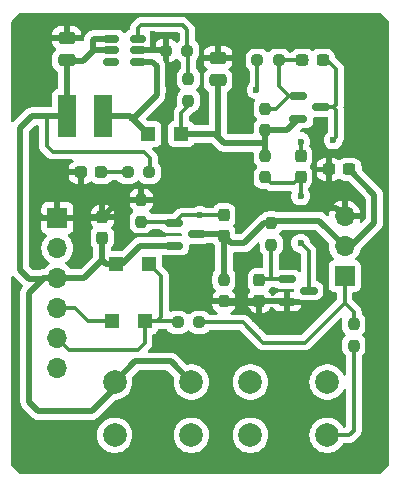
<source format=gtl>
%TF.GenerationSoftware,KiCad,Pcbnew,8.0.0*%
%TF.CreationDate,2024-05-28T16:54:30+09:00*%
%TF.ProjectId,TINY202_PROG.kicad_240516_single2_pcb,54494e59-3230-4325-9f50-524f472e6b69,rev?*%
%TF.SameCoordinates,Original*%
%TF.FileFunction,Copper,L1,Top*%
%TF.FilePolarity,Positive*%
%FSLAX46Y46*%
G04 Gerber Fmt 4.6, Leading zero omitted, Abs format (unit mm)*
G04 Created by KiCad (PCBNEW 8.0.0) date 2024-05-28 16:54:30*
%MOMM*%
%LPD*%
G01*
G04 APERTURE LIST*
G04 Aperture macros list*
%AMRoundRect*
0 Rectangle with rounded corners*
0 $1 Rounding radius*
0 $2 $3 $4 $5 $6 $7 $8 $9 X,Y pos of 4 corners*
0 Add a 4 corners polygon primitive as box body*
4,1,4,$2,$3,$4,$5,$6,$7,$8,$9,$2,$3,0*
0 Add four circle primitives for the rounded corners*
1,1,$1+$1,$2,$3*
1,1,$1+$1,$4,$5*
1,1,$1+$1,$6,$7*
1,1,$1+$1,$8,$9*
0 Add four rect primitives between the rounded corners*
20,1,$1+$1,$2,$3,$4,$5,0*
20,1,$1+$1,$4,$5,$6,$7,0*
20,1,$1+$1,$6,$7,$8,$9,0*
20,1,$1+$1,$8,$9,$2,$3,0*%
G04 Aperture macros list end*
%TA.AperFunction,Conductor*%
%ADD10C,0.200000*%
%TD*%
%TA.AperFunction,Conductor*%
%ADD11C,0.300000*%
%TD*%
%TA.AperFunction,SMDPad,CuDef*%
%ADD12RoundRect,0.237500X-0.250000X-0.237500X0.250000X-0.237500X0.250000X0.237500X-0.250000X0.237500X0*%
%TD*%
%TA.AperFunction,ComponentPad*%
%ADD13R,1.700000X1.700000*%
%TD*%
%TA.AperFunction,ComponentPad*%
%ADD14O,1.700000X1.700000*%
%TD*%
%TA.AperFunction,SMDPad,CuDef*%
%ADD15RoundRect,0.237500X-0.237500X0.300000X-0.237500X-0.300000X0.237500X-0.300000X0.237500X0.300000X0*%
%TD*%
%TA.AperFunction,SMDPad,CuDef*%
%ADD16RoundRect,0.150000X0.512500X0.150000X-0.512500X0.150000X-0.512500X-0.150000X0.512500X-0.150000X0*%
%TD*%
%TA.AperFunction,ComponentPad*%
%ADD17C,2.000000*%
%TD*%
%TA.AperFunction,SMDPad,CuDef*%
%ADD18RoundRect,0.250000X0.475000X-0.250000X0.475000X0.250000X-0.475000X0.250000X-0.475000X-0.250000X0*%
%TD*%
%TA.AperFunction,SMDPad,CuDef*%
%ADD19R,1.200000X1.200000*%
%TD*%
%TA.AperFunction,SMDPad,CuDef*%
%ADD20RoundRect,0.237500X0.250000X0.237500X-0.250000X0.237500X-0.250000X-0.237500X0.250000X-0.237500X0*%
%TD*%
%TA.AperFunction,SMDPad,CuDef*%
%ADD21RoundRect,0.237500X-0.287500X-0.237500X0.287500X-0.237500X0.287500X0.237500X-0.287500X0.237500X0*%
%TD*%
%TA.AperFunction,SMDPad,CuDef*%
%ADD22RoundRect,0.150000X-0.587500X-0.150000X0.587500X-0.150000X0.587500X0.150000X-0.587500X0.150000X0*%
%TD*%
%TA.AperFunction,SMDPad,CuDef*%
%ADD23RoundRect,0.237500X-0.237500X0.250000X-0.237500X-0.250000X0.237500X-0.250000X0.237500X0.250000X0*%
%TD*%
%TA.AperFunction,SMDPad,CuDef*%
%ADD24RoundRect,0.237500X0.237500X-0.300000X0.237500X0.300000X-0.237500X0.300000X-0.237500X-0.300000X0*%
%TD*%
%TA.AperFunction,SMDPad,CuDef*%
%ADD25RoundRect,0.237500X-0.300000X-0.237500X0.300000X-0.237500X0.300000X0.237500X-0.300000X0.237500X0*%
%TD*%
%TA.AperFunction,SMDPad,CuDef*%
%ADD26RoundRect,0.237500X0.300000X0.237500X-0.300000X0.237500X-0.300000X-0.237500X0.300000X-0.237500X0*%
%TD*%
%TA.AperFunction,SMDPad,CuDef*%
%ADD27RoundRect,0.237500X0.237500X-0.250000X0.237500X0.250000X-0.237500X0.250000X-0.237500X-0.250000X0*%
%TD*%
%TA.AperFunction,SMDPad,CuDef*%
%ADD28R,1.500000X3.600000*%
%TD*%
%TA.AperFunction,ViaPad*%
%ADD29C,0.600000*%
%TD*%
%TA.AperFunction,Conductor*%
%ADD30C,0.500000*%
%TD*%
G04 APERTURE END LIST*
D10*
%TO.N,Net-(Q4-G)*%
X125500000Y-104500000D02*
X124375000Y-104500000D01*
X125250000Y-107500000D02*
X124000000Y-107500000D01*
%TO.N,Net-(D4-A)*%
X113000000Y-107000000D02*
X112750000Y-107500000D01*
%TO.N,GND*%
X102500000Y-115000000D02*
X102500000Y-114500000D01*
D11*
%TO.N,Net-(Q4-G)*%
X123250000Y-104500000D02*
X125500000Y-104500000D01*
%TD*%
D12*
%TO.P,R4,1*%
%TO.N,Net-(C3-Pad1)*%
X121337500Y-104500000D03*
%TO.P,R4,2*%
%TO.N,Net-(Q4-G)*%
X123162500Y-104500000D03*
%TD*%
D13*
%TO.P,J1,1,Pin_1*%
%TO.N,GND*%
X104400000Y-117875000D03*
D14*
%TO.P,J1,2,Pin_2*%
%TO.N,/DTS*%
X104400000Y-120415000D03*
%TO.P,J1,3,Pin_3*%
%TO.N,+3.3{slash}5V*%
X104400000Y-122955000D03*
%TO.P,J1,4,Pin_4*%
%TO.N,/TX*%
X104400000Y-125495000D03*
%TO.P,J1,5,Pin_5*%
%TO.N,/RX*%
X104400000Y-128035000D03*
%TO.P,J1,6,Pin_6*%
%TO.N,/DTR*%
X104400000Y-130575000D03*
%TD*%
D15*
%TO.P,C3,1*%
%TO.N,Net-(C3-Pad1)*%
X125000000Y-112637500D03*
%TO.P,C3,2*%
%TO.N,Net-(Q2-D)*%
X125000000Y-114362500D03*
%TD*%
D16*
%TO.P,U1,1,SW*%
%TO.N,Net-(D4-A)*%
X111200000Y-104625000D03*
%TO.P,U1,2,GND*%
%TO.N,GND*%
X111200000Y-103675000D03*
%TO.P,U1,3,FB*%
%TO.N,Net-(U1-FB)*%
X111200000Y-102725000D03*
%TO.P,U1,4,EN*%
%TO.N,+3.3{slash}5V*%
X108925000Y-102725000D03*
%TO.P,U1,5,IN*%
X108925000Y-103675000D03*
%TO.P,U1,6,NC*%
%TO.N,unconnected-(U1-NC-Pad6)*%
X108925000Y-104625000D03*
%TD*%
D15*
%TO.P,C1,1*%
%TO.N,Net-(Q2-G)*%
X121500000Y-123137500D03*
%TO.P,C1,2*%
%TO.N,GND*%
X121500000Y-124862500D03*
%TD*%
D17*
%TO.P,SW1,1,1*%
%TO.N,+3.3{slash}5V*%
X109250000Y-131750000D03*
X115750000Y-131750000D03*
%TO.P,SW1,2,2*%
%TO.N,Net-(Q1-G)*%
X109250000Y-136250000D03*
X115750000Y-136250000D03*
%TD*%
D18*
%TO.P,C6,1*%
%TO.N,+3.3{slash}5V*%
X105200000Y-104512500D03*
%TO.P,C6,2*%
%TO.N,GND*%
X105200000Y-102612500D03*
%TD*%
D19*
%TO.P,D3,1,K*%
%TO.N,+3.3{slash}5V*%
X109350000Y-121750000D03*
%TO.P,D3,2,A*%
%TO.N,/RX*%
X112150000Y-121750000D03*
%TD*%
D20*
%TO.P,R1,1*%
%TO.N,/UPDI*%
X116412500Y-126687500D03*
%TO.P,R1,2*%
%TO.N,/RX*%
X114587500Y-126687500D03*
%TD*%
D21*
%TO.P,D5,1,K*%
%TO.N,GND*%
X106375000Y-114000000D03*
%TO.P,D5,2,A*%
%TO.N,Net-(D5-A)*%
X108125000Y-114000000D03*
%TD*%
D22*
%TO.P,Q4,1,G*%
%TO.N,Net-(Q4-G)*%
X124812500Y-107550000D03*
%TO.P,Q4,2,S*%
%TO.N,+12V*%
X124812500Y-109450000D03*
%TO.P,Q4,3,D*%
%TO.N,Net-(Q4-D)*%
X126687500Y-108500000D03*
%TD*%
D23*
%TO.P,R9,1*%
%TO.N,TG_Vdd*%
X118500000Y-123087500D03*
%TO.P,R9,2*%
%TO.N,GND*%
X118500000Y-124912500D03*
%TD*%
D24*
%TO.P,C2,1*%
%TO.N,+3.3{slash}5V*%
X108200000Y-119525000D03*
%TO.P,C2,2*%
%TO.N,GND*%
X108200000Y-117800000D03*
%TD*%
D23*
%TO.P,R7,1*%
%TO.N,Net-(U1-FB)*%
X115500000Y-106087500D03*
%TO.P,R7,2*%
%TO.N,+12V*%
X115500000Y-107912500D03*
%TD*%
%TO.P,R10,1*%
%TO.N,+12V*%
X122000000Y-112587500D03*
%TO.P,R10,2*%
%TO.N,Net-(Q2-D)*%
X122000000Y-114412500D03*
%TD*%
D25*
%TO.P,C8,1*%
%TO.N,Net-(Q4-G)*%
X125137500Y-104500000D03*
%TO.P,C8,2*%
%TO.N,Net-(Q4-D)*%
X126862500Y-104500000D03*
%TD*%
D26*
%TO.P,C5,1*%
%TO.N,TG_Vdd*%
X129112500Y-113750000D03*
%TO.P,C5,2*%
%TO.N,GND*%
X127387500Y-113750000D03*
%TD*%
D22*
%TO.P,Q2,1,G*%
%TO.N,Net-(Q2-G)*%
X123812500Y-123050000D03*
%TO.P,Q2,2,S*%
%TO.N,GND*%
X123812500Y-124950000D03*
%TO.P,Q2,3,D*%
%TO.N,Net-(Q2-D)*%
X125687500Y-124000000D03*
%TD*%
D27*
%TO.P,R2,1*%
%TO.N,+12V*%
X122000000Y-110412500D03*
%TO.P,R2,2*%
%TO.N,Net-(Q4-G)*%
X122000000Y-108587500D03*
%TD*%
D12*
%TO.P,R11,1*%
%TO.N,Net-(D5-A)*%
X110337500Y-114000000D03*
%TO.P,R11,2*%
%TO.N,+3.3{slash}5V*%
X112162500Y-114000000D03*
%TD*%
%TO.P,R8,1*%
%TO.N,GND*%
X113587500Y-103687500D03*
%TO.P,R8,2*%
%TO.N,Net-(U1-FB)*%
X115412500Y-103687500D03*
%TD*%
D18*
%TO.P,C7,1*%
%TO.N,+12V*%
X118000000Y-106200000D03*
%TO.P,C7,2*%
%TO.N,GND*%
X118000000Y-104300000D03*
%TD*%
D19*
%TO.P,D1,1,K*%
%TO.N,/TX*%
X109000000Y-126600000D03*
%TO.P,D1,2,A*%
%TO.N,/RX*%
X111800000Y-126600000D03*
%TD*%
D28*
%TO.P,L1,1*%
%TO.N,+3.3{slash}5V*%
X105225000Y-109250000D03*
%TO.P,L1,2*%
%TO.N,Net-(D4-A)*%
X108275000Y-109250000D03*
%TD*%
D23*
%TO.P,R3,1*%
%TO.N,GND*%
X111500000Y-116337500D03*
%TO.P,R3,2*%
%TO.N,Net-(Q1-G)*%
X111500000Y-118162500D03*
%TD*%
%TO.P,R5,1*%
%TO.N,TG_Vdd*%
X122500000Y-118287500D03*
%TO.P,R5,2*%
%TO.N,Net-(Q2-G)*%
X122500000Y-120112500D03*
%TD*%
%TO.P,R6,1*%
%TO.N,/UPDI*%
X129500000Y-126837500D03*
%TO.P,R6,2*%
%TO.N,Net-(R6-Pad2)*%
X129500000Y-128662500D03*
%TD*%
D24*
%TO.P,C4,1*%
%TO.N,TG_Vdd*%
X118500000Y-119362500D03*
%TO.P,C4,2*%
%TO.N,Net-(Q1-G)*%
X118500000Y-117637500D03*
%TD*%
D19*
%TO.P,D4,1,K*%
%TO.N,+12V*%
X114900000Y-110750000D03*
%TO.P,D4,2,A*%
%TO.N,Net-(D4-A)*%
X112100000Y-110750000D03*
%TD*%
D22*
%TO.P,Q1,1,G*%
%TO.N,Net-(Q1-G)*%
X114312500Y-118300000D03*
%TO.P,Q1,2,S*%
%TO.N,+3.3{slash}5V*%
X114312500Y-120200000D03*
%TO.P,Q1,3,D*%
%TO.N,TG_Vdd*%
X116187500Y-119250000D03*
%TD*%
D13*
%TO.P,J3,1,Pin_1*%
%TO.N,/UPDI*%
X128725000Y-122775000D03*
D14*
%TO.P,J3,2,Pin_2*%
%TO.N,TG_Vdd*%
X128725000Y-120235000D03*
%TO.P,J3,3,Pin_3*%
%TO.N,GND*%
X128725000Y-117695000D03*
%TD*%
D17*
%TO.P,SW2,1,1*%
%TO.N,Net-(Q4-D)*%
X120750000Y-131750000D03*
X127250000Y-131750000D03*
%TO.P,SW2,2,2*%
%TO.N,Net-(R6-Pad2)*%
X120750000Y-136250000D03*
X127250000Y-136250000D03*
%TD*%
D29*
%TO.N,GND*%
X119750000Y-109800000D03*
X102250000Y-105000000D03*
X102500000Y-111750000D03*
X121125000Y-126375000D03*
X120100000Y-115600000D03*
X112500000Y-102250000D03*
X102500000Y-113750000D03*
X112500000Y-103675000D03*
X107000000Y-101250000D03*
X102500000Y-110750000D03*
X121750000Y-127000000D03*
X121125000Y-116625000D03*
X119750000Y-104000000D03*
X117600000Y-115600000D03*
%TO.N,Net-(C3-Pad1)*%
X121250000Y-107000000D03*
X125000000Y-111400000D03*
%TO.N,Net-(Q2-D)*%
X125000000Y-120000000D03*
X125000000Y-116000000D03*
%TO.N,Net-(Q1-G)*%
X116500000Y-117637500D03*
%TO.N,Net-(Q4-D)*%
X127750000Y-111250000D03*
%TD*%
D30*
%TO.N,GND*%
X112500000Y-103675000D02*
X112500000Y-102250000D01*
X127500000Y-117000000D02*
X121500000Y-117000000D01*
X102250000Y-103000000D02*
X102637500Y-102612500D01*
X102637500Y-102612500D02*
X105200000Y-102612500D01*
X103125000Y-117875000D02*
X104400000Y-117875000D01*
X120250000Y-125500000D02*
X121750000Y-127000000D01*
X120250000Y-125025000D02*
X120250000Y-125500000D01*
X105200000Y-101550000D02*
X105500000Y-101250000D01*
X119750000Y-104550000D02*
X119750000Y-104000000D01*
X110200000Y-116400000D02*
X110262500Y-116337500D01*
X127500000Y-116500000D02*
X127500000Y-117000000D01*
X108125000Y-117875000D02*
X108200000Y-117800000D01*
X118612500Y-125025000D02*
X120250000Y-125025000D01*
X114600000Y-115600000D02*
X117600000Y-115600000D01*
X127500000Y-117000000D02*
X128030000Y-117000000D01*
X102500000Y-113750000D02*
X102500000Y-117250000D01*
X128030000Y-117000000D02*
X128725000Y-117695000D01*
X118500000Y-124912500D02*
X118612500Y-125025000D01*
D11*
X102500000Y-113750000D02*
X102750000Y-114000000D01*
D30*
X121500000Y-117000000D02*
X120100000Y-115600000D01*
X120250000Y-125025000D02*
X121400000Y-125025000D01*
X102250000Y-105000000D02*
X102250000Y-103000000D01*
X104400000Y-117875000D02*
X108125000Y-117875000D01*
X119750000Y-109800000D02*
X119750000Y-104550000D01*
X110262500Y-116337500D02*
X111500000Y-116337500D01*
X113862500Y-116337500D02*
X114600000Y-115600000D01*
X102500000Y-117250000D02*
X103125000Y-117875000D01*
X127387500Y-116387500D02*
X127500000Y-116500000D01*
X127387500Y-113750000D02*
X127387500Y-116387500D01*
X111500000Y-116337500D02*
X113862500Y-116337500D01*
X121500000Y-124925000D02*
X123787500Y-124925000D01*
X111200000Y-103675000D02*
X113575000Y-103675000D01*
X113575000Y-103675000D02*
X113587500Y-103687500D01*
X109600000Y-116400000D02*
X110200000Y-116400000D01*
X123787500Y-124925000D02*
X123812500Y-124950000D01*
X117600000Y-115600000D02*
X120100000Y-115600000D01*
X121400000Y-125025000D02*
X121500000Y-124925000D01*
X105500000Y-101250000D02*
X107000000Y-101250000D01*
X102500000Y-113750000D02*
X102500000Y-110750000D01*
D11*
X102750000Y-114000000D02*
X106375000Y-114000000D01*
D30*
X105200000Y-102612500D02*
X105200000Y-101550000D01*
X108200000Y-117800000D02*
X109600000Y-116400000D01*
D11*
%TO.N,Net-(Q2-G)*%
X122500000Y-120112500D02*
X122500000Y-123050000D01*
X121650000Y-123050000D02*
X121500000Y-123200000D01*
X123812500Y-123050000D02*
X121650000Y-123050000D01*
D30*
%TO.N,+3.3{slash}5V*%
X111000000Y-130000000D02*
X112750000Y-130000000D01*
D11*
X111750000Y-112250000D02*
X112250000Y-112750000D01*
X104000000Y-112250000D02*
X111750000Y-112250000D01*
D30*
X102000000Y-123000000D02*
X103110000Y-123000000D01*
X108200000Y-121400000D02*
X106645000Y-122955000D01*
D11*
X103500000Y-111750000D02*
X104000000Y-112250000D01*
D30*
X108925000Y-102725000D02*
X107475000Y-102725000D01*
X102000000Y-133400000D02*
X102800000Y-134200000D01*
X108550000Y-121750000D02*
X109350000Y-121750000D01*
X103155000Y-122955000D02*
X104400000Y-122955000D01*
X102000000Y-124200000D02*
X102000000Y-133400000D01*
X101250000Y-122250000D02*
X102000000Y-123000000D01*
X103110000Y-123000000D02*
X103155000Y-122955000D01*
X106550000Y-104600000D02*
X105200000Y-104600000D01*
X105225000Y-109250000D02*
X103500000Y-109250000D01*
X105225000Y-106075000D02*
X105225000Y-109250000D01*
X107400000Y-102800000D02*
X107400000Y-103600000D01*
X108200000Y-121400000D02*
X108550000Y-121750000D01*
X107475000Y-103675000D02*
X108925000Y-103675000D01*
X101250000Y-110250000D02*
X101250000Y-122250000D01*
X111400000Y-120200000D02*
X114312500Y-120200000D01*
X103155000Y-122955000D02*
X103155000Y-123045000D01*
X109350000Y-121750000D02*
X109850000Y-121750000D01*
X107475000Y-102725000D02*
X107400000Y-102800000D01*
X107475000Y-103675000D02*
X106550000Y-104600000D01*
X103155000Y-123045000D02*
X102000000Y-124200000D01*
X105200000Y-106050000D02*
X105225000Y-106075000D01*
X109250000Y-131750000D02*
X111000000Y-130000000D01*
X102800000Y-134200000D02*
X107300000Y-134200000D01*
X103500000Y-109250000D02*
X102250000Y-109250000D01*
X108200000Y-119525000D02*
X108200000Y-121400000D01*
D11*
X112250000Y-113912500D02*
X112162500Y-114000000D01*
D30*
X109250000Y-132250000D02*
X109250000Y-131750000D01*
X106645000Y-122955000D02*
X104400000Y-122955000D01*
X102250000Y-109250000D02*
X101250000Y-110250000D01*
X114000000Y-130000000D02*
X115750000Y-131750000D01*
X107300000Y-134200000D02*
X109250000Y-132250000D01*
D11*
X112250000Y-112750000D02*
X112250000Y-113912500D01*
D30*
X112750000Y-130000000D02*
X114000000Y-130000000D01*
X105200000Y-104600000D02*
X105200000Y-106050000D01*
X107400000Y-103600000D02*
X107475000Y-103675000D01*
D11*
X103500000Y-109250000D02*
X103500000Y-111750000D01*
D30*
X109850000Y-121750000D02*
X111400000Y-120200000D01*
D11*
%TO.N,Net-(C3-Pad1)*%
X125000000Y-111400000D02*
X125000000Y-112637500D01*
X121250000Y-107000000D02*
X121337500Y-106912500D01*
X121337500Y-106912500D02*
X121337500Y-104500000D01*
%TO.N,Net-(Q2-D)*%
X122500000Y-114912500D02*
X124450000Y-114912500D01*
X125000000Y-116000000D02*
X125000000Y-114362500D01*
X125000000Y-120000000D02*
X125687500Y-120687500D01*
X125687500Y-120687500D02*
X125687500Y-124000000D01*
X122000000Y-114412500D02*
X122500000Y-114912500D01*
X124450000Y-114912500D02*
X125000000Y-114362500D01*
%TO.N,Net-(Q1-G)*%
X111500000Y-118162500D02*
X114175000Y-118162500D01*
X118500000Y-117637500D02*
X114975000Y-117637500D01*
X114975000Y-117637500D02*
X114312500Y-118300000D01*
X114175000Y-118162500D02*
X114312500Y-118300000D01*
D30*
%TO.N,TG_Vdd*%
X118250000Y-119250000D02*
X118362500Y-119362500D01*
X122500000Y-118287500D02*
X121912500Y-118287500D01*
X116187500Y-119250000D02*
X118250000Y-119250000D01*
X119137500Y-120000000D02*
X118500000Y-119362500D01*
X118500000Y-119362500D02*
X118500000Y-123087500D01*
X120200000Y-120000000D02*
X119137500Y-120000000D01*
X121912500Y-118287500D02*
X120200000Y-120000000D01*
X122700000Y-118087500D02*
X126577500Y-118087500D01*
X118362500Y-119362500D02*
X118500000Y-119362500D01*
X128725000Y-120235000D02*
X129265000Y-120235000D01*
X122500000Y-118287500D02*
X122700000Y-118087500D01*
X129112500Y-113750000D02*
X131250000Y-115887500D01*
X131250000Y-115887500D02*
X131250000Y-118250000D01*
X129265000Y-120235000D02*
X131250000Y-118250000D01*
X126577500Y-118087500D02*
X128725000Y-120235000D01*
%TO.N,+12V*%
X118000000Y-106537500D02*
X118000000Y-111000000D01*
X121912500Y-112500000D02*
X122000000Y-112587500D01*
X117750000Y-106287500D02*
X118000000Y-106537500D01*
D11*
X115500000Y-108375000D02*
X114900000Y-108975000D01*
D30*
X121900000Y-112500000D02*
X121912500Y-112500000D01*
X122000000Y-111500000D02*
X118500000Y-111500000D01*
X122000000Y-110412500D02*
X122000000Y-111500000D01*
D11*
X115500000Y-107912500D02*
X115500000Y-108375000D01*
D30*
X122000000Y-111500000D02*
X122000000Y-112587500D01*
X117750000Y-110750000D02*
X114900000Y-110750000D01*
X118500000Y-111500000D02*
X117750000Y-110750000D01*
D11*
X114900000Y-108975000D02*
X114900000Y-110750000D01*
D30*
X123850000Y-110412500D02*
X122000000Y-110412500D01*
X124812500Y-109450000D02*
X123850000Y-110412500D01*
D11*
%TO.N,Net-(Q4-D)*%
X128000000Y-105250000D02*
X128000000Y-108250000D01*
X126862500Y-104500000D02*
X127250000Y-104500000D01*
X128000000Y-108750000D02*
X128000000Y-111000000D01*
X127750000Y-108500000D02*
X128000000Y-108750000D01*
X128000000Y-108250000D02*
X127750000Y-108500000D01*
X127500000Y-108500000D02*
X126687500Y-108500000D01*
X127250000Y-104500000D02*
X128000000Y-105250000D01*
X128000000Y-111000000D02*
X127750000Y-111250000D01*
X127750000Y-108500000D02*
X127500000Y-108500000D01*
%TO.N,Net-(Q4-G)*%
X122000000Y-108587500D02*
X122912500Y-108587500D01*
X125312500Y-107687500D02*
X124950000Y-107687500D01*
X124000000Y-107500000D02*
X123162500Y-106662500D01*
X124950000Y-107687500D02*
X124812500Y-107550000D01*
X123162500Y-106662500D02*
X123162500Y-104500000D01*
X122912500Y-108587500D02*
X124000000Y-107500000D01*
%TO.N,/RX*%
X114500000Y-126600000D02*
X114587500Y-126687500D01*
X112800000Y-126600000D02*
X114500000Y-126600000D01*
X112150000Y-121750000D02*
X113200000Y-122800000D01*
X111800000Y-128400000D02*
X111800000Y-126600000D01*
X104400000Y-128035000D02*
X105365000Y-129000000D01*
X105365000Y-129000000D02*
X111200000Y-129000000D01*
X111800000Y-126600000D02*
X112800000Y-126600000D01*
X113200000Y-126200000D02*
X112800000Y-126600000D01*
X111200000Y-129000000D02*
X111800000Y-128400000D01*
X113200000Y-122800000D02*
X113200000Y-126200000D01*
%TO.N,/TX*%
X105895000Y-125495000D02*
X107000000Y-126600000D01*
X104400000Y-125495000D02*
X105895000Y-125495000D01*
X107000000Y-126600000D02*
X109000000Y-126600000D01*
D30*
%TO.N,Net-(D4-A)*%
X112425000Y-104625000D02*
X112800000Y-105000000D01*
X111200000Y-104625000D02*
X112425000Y-104625000D01*
X108275000Y-109250000D02*
X110550000Y-109250000D01*
X110750000Y-109450000D02*
X110800000Y-109450000D01*
X110800000Y-109450000D02*
X112100000Y-110750000D01*
X112800000Y-107450000D02*
X110800000Y-109450000D01*
X110550000Y-109250000D02*
X110750000Y-109450000D01*
X112800000Y-105000000D02*
X112800000Y-107450000D01*
D11*
%TO.N,/UPDI*%
X116412500Y-126687500D02*
X120087500Y-126687500D01*
X125350000Y-128400000D02*
X128725000Y-125025000D01*
X120087500Y-126687500D02*
X121800000Y-128400000D01*
X129500000Y-126837500D02*
X129500000Y-125800000D01*
X129500000Y-125800000D02*
X128725000Y-125025000D01*
X121800000Y-128400000D02*
X125350000Y-128400000D01*
X128725000Y-125025000D02*
X128725000Y-122775000D01*
%TO.N,Net-(R6-Pad2)*%
X129100000Y-136250000D02*
X127250000Y-136250000D01*
X129500000Y-135850000D02*
X129100000Y-136250000D01*
X129500000Y-128662500D02*
X129500000Y-135850000D01*
%TO.N,Net-(U1-FB)*%
X111200000Y-102725000D02*
X111200000Y-101800000D01*
X115000000Y-101500000D02*
X115412500Y-101912500D01*
X111500000Y-101500000D02*
X115000000Y-101500000D01*
X115500000Y-103775000D02*
X115412500Y-103687500D01*
X111200000Y-101800000D02*
X111500000Y-101500000D01*
X115412500Y-101912500D02*
X115412500Y-103687500D01*
X115500000Y-106087500D02*
X115500000Y-103775000D01*
%TO.N,Net-(D5-A)*%
X110337500Y-114000000D02*
X108125000Y-114000000D01*
%TD*%
%TA.AperFunction,Conductor*%
%TO.N,GND*%
G36*
X131808363Y-100520185D02*
G01*
X131829005Y-100536819D01*
X132463181Y-101170995D01*
X132496666Y-101232318D01*
X132499500Y-101258676D01*
X132499500Y-138741324D01*
X132479815Y-138808363D01*
X132463181Y-138829005D01*
X131829005Y-139463181D01*
X131767682Y-139496666D01*
X131741324Y-139499500D01*
X101258676Y-139499500D01*
X101191637Y-139479815D01*
X101170995Y-139463181D01*
X100536819Y-138829005D01*
X100503334Y-138767682D01*
X100500500Y-138741324D01*
X100500500Y-136250005D01*
X107744357Y-136250005D01*
X107764890Y-136497812D01*
X107764892Y-136497824D01*
X107825936Y-136738881D01*
X107925826Y-136966606D01*
X108061833Y-137174782D01*
X108061836Y-137174785D01*
X108230256Y-137357738D01*
X108426491Y-137510474D01*
X108645190Y-137628828D01*
X108880386Y-137709571D01*
X109125665Y-137750500D01*
X109374335Y-137750500D01*
X109619614Y-137709571D01*
X109854810Y-137628828D01*
X110073509Y-137510474D01*
X110269744Y-137357738D01*
X110438164Y-137174785D01*
X110574173Y-136966607D01*
X110674063Y-136738881D01*
X110735108Y-136497821D01*
X110754427Y-136264675D01*
X110755643Y-136250005D01*
X114244357Y-136250005D01*
X114264890Y-136497812D01*
X114264892Y-136497824D01*
X114325936Y-136738881D01*
X114425826Y-136966606D01*
X114561833Y-137174782D01*
X114561836Y-137174785D01*
X114730256Y-137357738D01*
X114926491Y-137510474D01*
X115145190Y-137628828D01*
X115380386Y-137709571D01*
X115625665Y-137750500D01*
X115874335Y-137750500D01*
X116119614Y-137709571D01*
X116354810Y-137628828D01*
X116573509Y-137510474D01*
X116769744Y-137357738D01*
X116938164Y-137174785D01*
X117074173Y-136966607D01*
X117174063Y-136738881D01*
X117235108Y-136497821D01*
X117254427Y-136264675D01*
X117255643Y-136250005D01*
X119244357Y-136250005D01*
X119264890Y-136497812D01*
X119264892Y-136497824D01*
X119325936Y-136738881D01*
X119425826Y-136966606D01*
X119561833Y-137174782D01*
X119561836Y-137174785D01*
X119730256Y-137357738D01*
X119926491Y-137510474D01*
X120145190Y-137628828D01*
X120380386Y-137709571D01*
X120625665Y-137750500D01*
X120874335Y-137750500D01*
X121119614Y-137709571D01*
X121354810Y-137628828D01*
X121573509Y-137510474D01*
X121769744Y-137357738D01*
X121938164Y-137174785D01*
X122074173Y-136966607D01*
X122174063Y-136738881D01*
X122235108Y-136497821D01*
X122254427Y-136264675D01*
X122255643Y-136250005D01*
X122255643Y-136249994D01*
X122235109Y-136002187D01*
X122235107Y-136002178D01*
X122212796Y-135914070D01*
X122174063Y-135761118D01*
X122074173Y-135533393D01*
X121938166Y-135325217D01*
X121916557Y-135301744D01*
X121769744Y-135142262D01*
X121573509Y-134989526D01*
X121573507Y-134989525D01*
X121573506Y-134989524D01*
X121354811Y-134871172D01*
X121354802Y-134871169D01*
X121119616Y-134790429D01*
X120874335Y-134749500D01*
X120625665Y-134749500D01*
X120380383Y-134790429D01*
X120145197Y-134871169D01*
X120145188Y-134871172D01*
X119926493Y-134989524D01*
X119730257Y-135142261D01*
X119561833Y-135325217D01*
X119425826Y-135533393D01*
X119325936Y-135761118D01*
X119264892Y-136002175D01*
X119264890Y-136002187D01*
X119244357Y-136249994D01*
X119244357Y-136250005D01*
X117255643Y-136250005D01*
X117255643Y-136249994D01*
X117235109Y-136002187D01*
X117235107Y-136002178D01*
X117212796Y-135914070D01*
X117174063Y-135761118D01*
X117074173Y-135533393D01*
X116938166Y-135325217D01*
X116916557Y-135301744D01*
X116769744Y-135142262D01*
X116573509Y-134989526D01*
X116573507Y-134989525D01*
X116573506Y-134989524D01*
X116354811Y-134871172D01*
X116354802Y-134871169D01*
X116119616Y-134790429D01*
X115874335Y-134749500D01*
X115625665Y-134749500D01*
X115380383Y-134790429D01*
X115145197Y-134871169D01*
X115145188Y-134871172D01*
X114926493Y-134989524D01*
X114730257Y-135142261D01*
X114561833Y-135325217D01*
X114425826Y-135533393D01*
X114325936Y-135761118D01*
X114264892Y-136002175D01*
X114264890Y-136002187D01*
X114244357Y-136249994D01*
X114244357Y-136250005D01*
X110755643Y-136250005D01*
X110755643Y-136249994D01*
X110735109Y-136002187D01*
X110735107Y-136002178D01*
X110712796Y-135914070D01*
X110674063Y-135761118D01*
X110574173Y-135533393D01*
X110438166Y-135325217D01*
X110416557Y-135301744D01*
X110269744Y-135142262D01*
X110073509Y-134989526D01*
X110073507Y-134989525D01*
X110073506Y-134989524D01*
X109854811Y-134871172D01*
X109854802Y-134871169D01*
X109619616Y-134790429D01*
X109374335Y-134749500D01*
X109125665Y-134749500D01*
X108880383Y-134790429D01*
X108645197Y-134871169D01*
X108645188Y-134871172D01*
X108426493Y-134989524D01*
X108230257Y-135142261D01*
X108061833Y-135325217D01*
X107925826Y-135533393D01*
X107825936Y-135761118D01*
X107764892Y-136002175D01*
X107764890Y-136002187D01*
X107744357Y-136249994D01*
X107744357Y-136250005D01*
X100500500Y-136250005D01*
X100500500Y-122861230D01*
X100520185Y-122794191D01*
X100572989Y-122748436D01*
X100642147Y-122738492D01*
X100705703Y-122767517D01*
X100712181Y-122773549D01*
X101450950Y-123512318D01*
X101484435Y-123573641D01*
X101479451Y-123643333D01*
X101450953Y-123687678D01*
X101417047Y-123721585D01*
X101367812Y-123795271D01*
X101334921Y-123844496D01*
X101334914Y-123844508D01*
X101278342Y-123981086D01*
X101278340Y-123981092D01*
X101249500Y-124126079D01*
X101249500Y-124126082D01*
X101249500Y-133473918D01*
X101249500Y-133473920D01*
X101249499Y-133473920D01*
X101278340Y-133618907D01*
X101278343Y-133618917D01*
X101334914Y-133755492D01*
X101367812Y-133804727D01*
X101367813Y-133804730D01*
X101417046Y-133878414D01*
X101417052Y-133878421D01*
X102321584Y-134782952D01*
X102321586Y-134782954D01*
X102332774Y-134790429D01*
X102395270Y-134832186D01*
X102444505Y-134865084D01*
X102444506Y-134865084D01*
X102444507Y-134865085D01*
X102444509Y-134865086D01*
X102581082Y-134921656D01*
X102581087Y-134921658D01*
X102581091Y-134921658D01*
X102581092Y-134921659D01*
X102726079Y-134950500D01*
X102726082Y-134950500D01*
X107373920Y-134950500D01*
X107471462Y-134931096D01*
X107518913Y-134921658D01*
X107655495Y-134865084D01*
X107704729Y-134832186D01*
X107704734Y-134832183D01*
X107767225Y-134790429D01*
X107778416Y-134782952D01*
X109274548Y-133286818D01*
X109335871Y-133253334D01*
X109362229Y-133250500D01*
X109374335Y-133250500D01*
X109619614Y-133209571D01*
X109854810Y-133128828D01*
X110073509Y-133010474D01*
X110269744Y-132857738D01*
X110438164Y-132674785D01*
X110574173Y-132466607D01*
X110674063Y-132238881D01*
X110735108Y-131997821D01*
X110755643Y-131750000D01*
X110755563Y-131749035D01*
X110735109Y-131502187D01*
X110735106Y-131502170D01*
X110716857Y-131430109D01*
X110719481Y-131360288D01*
X110749381Y-131311986D01*
X111274549Y-130786819D01*
X111335872Y-130753334D01*
X111362230Y-130750500D01*
X112676082Y-130750500D01*
X113637770Y-130750500D01*
X113704809Y-130770185D01*
X113725451Y-130786819D01*
X114250618Y-131311986D01*
X114284103Y-131373309D01*
X114283143Y-131430107D01*
X114264891Y-131502182D01*
X114244357Y-131749994D01*
X114244357Y-131750005D01*
X114264890Y-131997812D01*
X114264892Y-131997824D01*
X114325936Y-132238881D01*
X114425826Y-132466606D01*
X114561833Y-132674782D01*
X114561836Y-132674785D01*
X114730256Y-132857738D01*
X114926491Y-133010474D01*
X115145190Y-133128828D01*
X115380386Y-133209571D01*
X115625665Y-133250500D01*
X115874335Y-133250500D01*
X116119614Y-133209571D01*
X116354810Y-133128828D01*
X116573509Y-133010474D01*
X116769744Y-132857738D01*
X116938164Y-132674785D01*
X117074173Y-132466607D01*
X117174063Y-132238881D01*
X117235108Y-131997821D01*
X117255643Y-131750005D01*
X119244357Y-131750005D01*
X119264890Y-131997812D01*
X119264892Y-131997824D01*
X119325936Y-132238881D01*
X119425826Y-132466606D01*
X119561833Y-132674782D01*
X119561836Y-132674785D01*
X119730256Y-132857738D01*
X119926491Y-133010474D01*
X120145190Y-133128828D01*
X120380386Y-133209571D01*
X120625665Y-133250500D01*
X120874335Y-133250500D01*
X121119614Y-133209571D01*
X121354810Y-133128828D01*
X121573509Y-133010474D01*
X121769744Y-132857738D01*
X121938164Y-132674785D01*
X122074173Y-132466607D01*
X122174063Y-132238881D01*
X122235108Y-131997821D01*
X122255643Y-131750000D01*
X122255563Y-131749035D01*
X122235109Y-131502187D01*
X122235107Y-131502175D01*
X122174063Y-131261118D01*
X122074173Y-131033393D01*
X121938166Y-130825217D01*
X121869384Y-130750500D01*
X121769744Y-130642262D01*
X121573509Y-130489526D01*
X121573507Y-130489525D01*
X121573506Y-130489524D01*
X121354811Y-130371172D01*
X121354802Y-130371169D01*
X121119616Y-130290429D01*
X120874335Y-130249500D01*
X120625665Y-130249500D01*
X120380383Y-130290429D01*
X120145197Y-130371169D01*
X120145188Y-130371172D01*
X119926493Y-130489524D01*
X119730257Y-130642261D01*
X119561833Y-130825217D01*
X119425826Y-131033393D01*
X119325936Y-131261118D01*
X119264892Y-131502175D01*
X119264890Y-131502187D01*
X119244357Y-131749994D01*
X119244357Y-131750005D01*
X117255643Y-131750005D01*
X117255643Y-131750000D01*
X117255563Y-131749035D01*
X117235109Y-131502187D01*
X117235107Y-131502175D01*
X117174063Y-131261118D01*
X117074173Y-131033393D01*
X116938166Y-130825217D01*
X116869384Y-130750500D01*
X116769744Y-130642262D01*
X116573509Y-130489526D01*
X116573507Y-130489525D01*
X116573506Y-130489524D01*
X116354811Y-130371172D01*
X116354802Y-130371169D01*
X116119616Y-130290429D01*
X115874335Y-130249500D01*
X115625665Y-130249500D01*
X115418841Y-130284011D01*
X115349476Y-130275629D01*
X115310751Y-130249383D01*
X114478421Y-129417052D01*
X114478414Y-129417046D01*
X114404729Y-129367812D01*
X114404729Y-129367813D01*
X114355491Y-129334913D01*
X114218917Y-129278343D01*
X114218907Y-129278340D01*
X114073920Y-129249500D01*
X114073918Y-129249500D01*
X112823918Y-129249500D01*
X112169808Y-129249500D01*
X112102769Y-129229815D01*
X112057014Y-129177011D01*
X112047070Y-129107853D01*
X112076095Y-129044297D01*
X112082127Y-129037819D01*
X112305273Y-128814672D01*
X112305272Y-128814672D01*
X112305276Y-128814669D01*
X112376465Y-128708127D01*
X112425501Y-128589744D01*
X112426379Y-128585331D01*
X112443619Y-128498664D01*
X112450500Y-128464071D01*
X112450500Y-127801439D01*
X112470185Y-127734400D01*
X112522989Y-127688645D01*
X112531168Y-127685257D01*
X112642326Y-127643798D01*
X112642326Y-127643797D01*
X112642331Y-127643796D01*
X112757546Y-127557546D01*
X112843796Y-127442331D01*
X112859020Y-127401513D01*
X112885258Y-127331167D01*
X112927129Y-127275233D01*
X112992593Y-127250816D01*
X113001440Y-127250500D01*
X113601968Y-127250500D01*
X113669007Y-127270185D01*
X113707506Y-127309403D01*
X113754657Y-127385846D01*
X113754660Y-127385850D01*
X113876650Y-127507840D01*
X114023484Y-127598408D01*
X114187247Y-127652674D01*
X114288323Y-127663000D01*
X114886676Y-127662999D01*
X114886684Y-127662998D01*
X114886687Y-127662998D01*
X114942030Y-127657344D01*
X114987753Y-127652674D01*
X115151516Y-127598408D01*
X115298350Y-127507840D01*
X115412319Y-127393871D01*
X115473642Y-127360386D01*
X115543334Y-127365370D01*
X115587681Y-127393871D01*
X115701650Y-127507840D01*
X115848484Y-127598408D01*
X116012247Y-127652674D01*
X116113323Y-127663000D01*
X116711676Y-127662999D01*
X116711684Y-127662998D01*
X116711687Y-127662998D01*
X116767030Y-127657344D01*
X116812753Y-127652674D01*
X116976516Y-127598408D01*
X117123350Y-127507840D01*
X117245340Y-127385850D01*
X117245341Y-127385847D01*
X117245344Y-127385845D01*
X117245945Y-127385086D01*
X117246489Y-127384700D01*
X117250447Y-127380743D01*
X117251123Y-127381419D01*
X117302968Y-127344711D01*
X117343208Y-127338000D01*
X119766692Y-127338000D01*
X119833731Y-127357685D01*
X119854373Y-127374319D01*
X121385325Y-128905272D01*
X121385332Y-128905278D01*
X121469740Y-128961677D01*
X121469741Y-128961677D01*
X121491873Y-128976465D01*
X121610256Y-129025501D01*
X121610260Y-129025501D01*
X121610261Y-129025502D01*
X121735928Y-129050500D01*
X121735931Y-129050500D01*
X125414071Y-129050500D01*
X125498615Y-129033682D01*
X125539744Y-129025501D01*
X125658127Y-128976465D01*
X125680259Y-128961677D01*
X125764669Y-128905277D01*
X128322742Y-126347203D01*
X128384063Y-126313720D01*
X128453755Y-126318704D01*
X128509688Y-126360576D01*
X128534105Y-126426040D01*
X128533779Y-126447488D01*
X128524500Y-126538313D01*
X128524500Y-127136669D01*
X128524501Y-127136687D01*
X128534825Y-127237752D01*
X128568045Y-127338000D01*
X128583899Y-127385846D01*
X128589092Y-127401515D01*
X128589093Y-127401518D01*
X128679661Y-127548351D01*
X128793629Y-127662319D01*
X128827114Y-127723642D01*
X128822130Y-127793334D01*
X128793629Y-127837681D01*
X128679661Y-127951648D01*
X128589093Y-128098481D01*
X128589092Y-128098484D01*
X128534826Y-128262247D01*
X128534826Y-128262248D01*
X128534825Y-128262248D01*
X128524500Y-128363315D01*
X128524500Y-128961669D01*
X128524501Y-128961677D01*
X128534825Y-129062752D01*
X128571109Y-129172249D01*
X128589092Y-129226516D01*
X128679660Y-129373350D01*
X128801650Y-129495340D01*
X128801656Y-129495343D01*
X128802405Y-129495936D01*
X128802790Y-129496480D01*
X128806757Y-129500447D01*
X128806079Y-129501124D01*
X128842785Y-129552956D01*
X128849500Y-129593207D01*
X128849500Y-131069691D01*
X128829815Y-131136730D01*
X128777011Y-131182485D01*
X128707853Y-131192429D01*
X128644297Y-131163404D01*
X128611944Y-131119501D01*
X128574173Y-131033393D01*
X128438166Y-130825217D01*
X128369384Y-130750500D01*
X128269744Y-130642262D01*
X128073509Y-130489526D01*
X128073507Y-130489525D01*
X128073506Y-130489524D01*
X127854811Y-130371172D01*
X127854802Y-130371169D01*
X127619616Y-130290429D01*
X127374335Y-130249500D01*
X127125665Y-130249500D01*
X126880383Y-130290429D01*
X126645197Y-130371169D01*
X126645188Y-130371172D01*
X126426493Y-130489524D01*
X126230257Y-130642261D01*
X126061833Y-130825217D01*
X125925826Y-131033393D01*
X125825936Y-131261118D01*
X125764892Y-131502175D01*
X125764890Y-131502187D01*
X125744357Y-131749994D01*
X125744357Y-131750005D01*
X125764890Y-131997812D01*
X125764892Y-131997824D01*
X125825936Y-132238881D01*
X125925826Y-132466606D01*
X126061833Y-132674782D01*
X126061836Y-132674785D01*
X126230256Y-132857738D01*
X126426491Y-133010474D01*
X126645190Y-133128828D01*
X126880386Y-133209571D01*
X127125665Y-133250500D01*
X127374335Y-133250500D01*
X127619614Y-133209571D01*
X127854810Y-133128828D01*
X128073509Y-133010474D01*
X128269744Y-132857738D01*
X128438164Y-132674785D01*
X128574173Y-132466607D01*
X128611944Y-132380498D01*
X128656900Y-132327012D01*
X128723636Y-132306322D01*
X128790964Y-132324997D01*
X128837507Y-132377107D01*
X128849500Y-132430308D01*
X128849500Y-135475500D01*
X128829815Y-135542539D01*
X128777011Y-135588294D01*
X128725500Y-135599500D01*
X128683837Y-135599500D01*
X128616798Y-135579815D01*
X128577438Y-135537384D01*
X128576978Y-135537686D01*
X128575214Y-135534987D01*
X128574786Y-135534525D01*
X128574173Y-135533393D01*
X128438166Y-135325217D01*
X128416557Y-135301744D01*
X128269744Y-135142262D01*
X128073509Y-134989526D01*
X128073507Y-134989525D01*
X128073506Y-134989524D01*
X127854811Y-134871172D01*
X127854802Y-134871169D01*
X127619616Y-134790429D01*
X127374335Y-134749500D01*
X127125665Y-134749500D01*
X126880383Y-134790429D01*
X126645197Y-134871169D01*
X126645188Y-134871172D01*
X126426493Y-134989524D01*
X126230257Y-135142261D01*
X126061833Y-135325217D01*
X125925826Y-135533393D01*
X125825936Y-135761118D01*
X125764892Y-136002175D01*
X125764890Y-136002187D01*
X125744357Y-136249994D01*
X125744357Y-136250005D01*
X125764890Y-136497812D01*
X125764892Y-136497824D01*
X125825936Y-136738881D01*
X125925826Y-136966606D01*
X126061833Y-137174782D01*
X126061836Y-137174785D01*
X126230256Y-137357738D01*
X126426491Y-137510474D01*
X126645190Y-137628828D01*
X126880386Y-137709571D01*
X127125665Y-137750500D01*
X127374335Y-137750500D01*
X127619614Y-137709571D01*
X127854810Y-137628828D01*
X128073509Y-137510474D01*
X128269744Y-137357738D01*
X128438164Y-137174785D01*
X128574173Y-136966607D01*
X128574175Y-136966601D01*
X128574786Y-136965475D01*
X128575157Y-136965101D01*
X128576978Y-136962314D01*
X128577551Y-136962688D01*
X128624009Y-136915888D01*
X128683837Y-136900500D01*
X129164071Y-136900500D01*
X129248615Y-136883682D01*
X129289744Y-136875501D01*
X129408127Y-136826465D01*
X129514669Y-136755277D01*
X130005276Y-136264670D01*
X130076465Y-136158127D01*
X130125501Y-136039744D01*
X130132973Y-136002179D01*
X130150500Y-135914069D01*
X130150500Y-129593207D01*
X130170185Y-129526168D01*
X130193380Y-129500584D01*
X130193243Y-129500447D01*
X130196050Y-129497639D01*
X130197595Y-129495936D01*
X130198339Y-129495346D01*
X130198350Y-129495340D01*
X130320340Y-129373350D01*
X130410908Y-129226516D01*
X130465174Y-129062753D01*
X130475500Y-128961677D01*
X130475499Y-128363324D01*
X130473797Y-128346666D01*
X130465174Y-128262247D01*
X130449416Y-128214693D01*
X130410908Y-128098484D01*
X130320340Y-127951650D01*
X130206371Y-127837681D01*
X130172886Y-127776358D01*
X130177870Y-127706666D01*
X130206371Y-127662319D01*
X130224897Y-127643793D01*
X130320340Y-127548350D01*
X130410908Y-127401516D01*
X130465174Y-127237753D01*
X130475500Y-127136677D01*
X130475499Y-126538324D01*
X130465174Y-126437247D01*
X130410908Y-126273484D01*
X130320340Y-126126650D01*
X130198350Y-126004660D01*
X130198349Y-126004659D01*
X130198347Y-126004657D01*
X130197593Y-126004061D01*
X130197209Y-126003519D01*
X130193243Y-125999553D01*
X130193920Y-125998875D01*
X130157214Y-125947041D01*
X130150500Y-125906792D01*
X130150500Y-125735928D01*
X130125502Y-125610261D01*
X130125501Y-125610260D01*
X130125501Y-125610256D01*
X130103111Y-125556202D01*
X130079625Y-125499500D01*
X130079623Y-125499497D01*
X130076465Y-125491872D01*
X130076462Y-125491868D01*
X130005278Y-125385332D01*
X130005272Y-125385325D01*
X129411819Y-124791872D01*
X129378334Y-124730549D01*
X129375500Y-124704191D01*
X129375500Y-124249499D01*
X129395185Y-124182460D01*
X129447989Y-124136705D01*
X129499500Y-124125499D01*
X129622871Y-124125499D01*
X129622872Y-124125499D01*
X129682483Y-124119091D01*
X129817331Y-124068796D01*
X129932546Y-123982546D01*
X130018796Y-123867331D01*
X130069091Y-123732483D01*
X130075500Y-123672873D01*
X130075499Y-121877128D01*
X130069091Y-121817517D01*
X130057550Y-121786575D01*
X130018797Y-121682671D01*
X130018793Y-121682664D01*
X129932547Y-121567455D01*
X129932544Y-121567452D01*
X129817335Y-121481206D01*
X129817328Y-121481202D01*
X129685917Y-121432189D01*
X129629983Y-121390318D01*
X129605566Y-121324853D01*
X129620418Y-121256580D01*
X129641563Y-121228332D01*
X129763495Y-121106401D01*
X129899035Y-120912830D01*
X129998903Y-120698663D01*
X130004838Y-120676515D01*
X130022553Y-120610398D01*
X130040155Y-120544705D01*
X130072246Y-120489120D01*
X131832952Y-118728416D01*
X131859620Y-118688504D01*
X131891458Y-118640855D01*
X131891460Y-118640850D01*
X131891466Y-118640842D01*
X131915084Y-118605495D01*
X131971658Y-118468913D01*
X131990339Y-118375000D01*
X132000500Y-118323920D01*
X132000500Y-115813579D01*
X131971659Y-115668592D01*
X131971658Y-115668591D01*
X131971658Y-115668587D01*
X131964157Y-115650477D01*
X131915087Y-115532011D01*
X131915080Y-115531998D01*
X131832952Y-115409085D01*
X131784186Y-115360319D01*
X131728416Y-115304549D01*
X130975167Y-114551300D01*
X130186818Y-113762950D01*
X130153333Y-113701627D01*
X130150499Y-113675269D01*
X130150499Y-113463330D01*
X130150498Y-113463313D01*
X130140174Y-113362247D01*
X130121786Y-113306757D01*
X130085908Y-113198484D01*
X129995340Y-113051650D01*
X129873350Y-112929660D01*
X129782129Y-112873395D01*
X129726518Y-112839093D01*
X129726513Y-112839091D01*
X129688398Y-112826461D01*
X129562753Y-112784826D01*
X129562751Y-112784825D01*
X129461678Y-112774500D01*
X128763330Y-112774500D01*
X128763312Y-112774501D01*
X128662247Y-112784825D01*
X128498484Y-112839092D01*
X128498481Y-112839093D01*
X128351648Y-112929661D01*
X128337325Y-112943984D01*
X128276001Y-112977468D01*
X128206309Y-112972482D01*
X128161965Y-112943982D01*
X128148038Y-112930055D01*
X128148034Y-112930052D01*
X128001311Y-112839551D01*
X128001300Y-112839546D01*
X127837652Y-112785319D01*
X127736654Y-112775000D01*
X127637500Y-112775000D01*
X127637500Y-114724999D01*
X127736640Y-114724999D01*
X127736654Y-114724998D01*
X127837652Y-114714680D01*
X128001300Y-114660453D01*
X128001311Y-114660448D01*
X128148035Y-114569947D01*
X128161960Y-114556021D01*
X128223282Y-114522533D01*
X128292973Y-114527514D01*
X128337327Y-114556017D01*
X128351650Y-114570340D01*
X128498484Y-114660908D01*
X128662247Y-114715174D01*
X128763323Y-114725500D01*
X128975268Y-114725499D01*
X129042308Y-114745183D01*
X129062950Y-114761818D01*
X130463181Y-116162048D01*
X130496666Y-116223371D01*
X130499500Y-116249729D01*
X130499500Y-117887769D01*
X130479815Y-117954808D01*
X130463181Y-117975450D01*
X130222549Y-118216082D01*
X130161226Y-118249567D01*
X130091534Y-118244583D01*
X130035601Y-118202711D01*
X130011184Y-118137247D01*
X130015093Y-118096307D01*
X130055636Y-117945000D01*
X129158012Y-117945000D01*
X129190925Y-117887993D01*
X129225000Y-117760826D01*
X129225000Y-117629174D01*
X129190925Y-117502007D01*
X129158012Y-117445000D01*
X130055636Y-117445000D01*
X130055635Y-117444999D01*
X129998432Y-117231513D01*
X129998429Y-117231507D01*
X129898600Y-117017422D01*
X129898599Y-117017420D01*
X129763113Y-116823926D01*
X129763108Y-116823920D01*
X129596082Y-116656894D01*
X129402578Y-116521399D01*
X129188492Y-116421570D01*
X129188486Y-116421567D01*
X128975000Y-116364364D01*
X128975000Y-117261988D01*
X128917993Y-117229075D01*
X128790826Y-117195000D01*
X128659174Y-117195000D01*
X128532007Y-117229075D01*
X128475000Y-117261988D01*
X128475000Y-116364364D01*
X128474999Y-116364364D01*
X128261513Y-116421567D01*
X128261507Y-116421570D01*
X128047422Y-116521399D01*
X128047420Y-116521400D01*
X127853926Y-116656886D01*
X127853920Y-116656891D01*
X127686891Y-116823920D01*
X127686886Y-116823926D01*
X127551400Y-117017420D01*
X127551399Y-117017422D01*
X127451570Y-117231507D01*
X127451566Y-117231516D01*
X127390432Y-117459673D01*
X127390430Y-117459683D01*
X127383085Y-117543636D01*
X127357632Y-117608704D01*
X127301041Y-117649682D01*
X127231278Y-117653559D01*
X127171877Y-117620509D01*
X127055916Y-117504548D01*
X127055915Y-117504547D01*
X127055914Y-117504546D01*
X126976846Y-117451715D01*
X126976747Y-117451650D01*
X126932995Y-117422416D01*
X126932994Y-117422415D01*
X126932992Y-117422414D01*
X126796417Y-117365843D01*
X126796407Y-117365840D01*
X126651420Y-117337000D01*
X126651418Y-117337000D01*
X122989768Y-117337000D01*
X122950764Y-117330706D01*
X122887753Y-117309826D01*
X122887751Y-117309825D01*
X122786678Y-117299500D01*
X122213330Y-117299500D01*
X122213312Y-117299501D01*
X122112247Y-117309825D01*
X121948484Y-117364092D01*
X121948481Y-117364093D01*
X121801650Y-117454659D01*
X121705700Y-117550608D01*
X121665475Y-117577485D01*
X121614784Y-117598483D01*
X121614782Y-117598484D01*
X121557009Y-117622414D01*
X121556996Y-117622421D01*
X121507769Y-117655313D01*
X121434088Y-117704544D01*
X121434080Y-117704550D01*
X119925451Y-119213181D01*
X119864128Y-119246666D01*
X119837770Y-119249500D01*
X119599499Y-119249500D01*
X119532460Y-119229815D01*
X119486705Y-119177011D01*
X119475499Y-119125500D01*
X119475499Y-119013330D01*
X119475498Y-119013313D01*
X119465174Y-118912247D01*
X119452285Y-118873351D01*
X119410908Y-118748484D01*
X119320340Y-118601650D01*
X119306371Y-118587681D01*
X119272886Y-118526358D01*
X119277870Y-118456666D01*
X119306371Y-118412319D01*
X119320340Y-118398350D01*
X119410908Y-118251516D01*
X119465174Y-118087753D01*
X119475500Y-117986677D01*
X119475499Y-117288324D01*
X119467121Y-117206312D01*
X119465174Y-117187247D01*
X119446940Y-117132222D01*
X119410908Y-117023484D01*
X119320340Y-116876650D01*
X119198350Y-116754660D01*
X119057547Y-116667812D01*
X119051518Y-116664093D01*
X119051513Y-116664091D01*
X119029770Y-116656886D01*
X118887753Y-116609826D01*
X118887751Y-116609825D01*
X118786678Y-116599500D01*
X118213330Y-116599500D01*
X118213312Y-116599501D01*
X118112247Y-116609825D01*
X117948484Y-116664092D01*
X117948481Y-116664093D01*
X117801648Y-116754661D01*
X117679659Y-116876650D01*
X117647928Y-116928096D01*
X117595980Y-116974821D01*
X117542389Y-116987000D01*
X117005068Y-116987000D01*
X116939096Y-116967994D01*
X116849522Y-116911710D01*
X116849518Y-116911709D01*
X116679262Y-116852133D01*
X116679249Y-116852130D01*
X116500004Y-116831935D01*
X116499996Y-116831935D01*
X116320750Y-116852130D01*
X116320737Y-116852133D01*
X116150481Y-116911709D01*
X116150477Y-116911710D01*
X116060904Y-116967994D01*
X115994932Y-116987000D01*
X114910929Y-116987000D01*
X114785261Y-117011997D01*
X114785255Y-117011999D01*
X114666870Y-117061035D01*
X114560331Y-117132222D01*
X114560324Y-117132228D01*
X114229373Y-117463181D01*
X114168050Y-117496666D01*
X114141692Y-117499500D01*
X113659298Y-117499500D01*
X113622432Y-117502401D01*
X113613069Y-117505121D01*
X113606341Y-117507076D01*
X113571748Y-117512000D01*
X112426771Y-117512000D01*
X112359732Y-117492315D01*
X112325132Y-117457070D01*
X112324821Y-117457317D01*
X112322528Y-117454417D01*
X112321233Y-117453098D01*
X112320340Y-117451650D01*
X112206017Y-117337327D01*
X112172532Y-117276004D01*
X112177516Y-117206312D01*
X112206017Y-117161964D01*
X112319948Y-117048033D01*
X112410448Y-116901311D01*
X112410453Y-116901300D01*
X112464680Y-116737652D01*
X112474999Y-116636654D01*
X112475000Y-116636641D01*
X112475000Y-116587500D01*
X110525001Y-116587500D01*
X110525001Y-116636654D01*
X110535319Y-116737652D01*
X110589546Y-116901300D01*
X110589551Y-116901311D01*
X110680052Y-117048034D01*
X110680055Y-117048038D01*
X110793982Y-117161965D01*
X110827467Y-117223288D01*
X110822483Y-117292980D01*
X110793983Y-117337327D01*
X110679659Y-117451651D01*
X110589093Y-117598481D01*
X110589091Y-117598486D01*
X110570842Y-117653559D01*
X110534826Y-117762247D01*
X110534826Y-117762248D01*
X110534825Y-117762248D01*
X110524500Y-117863315D01*
X110524500Y-118461669D01*
X110524501Y-118461687D01*
X110534825Y-118562752D01*
X110561139Y-118642160D01*
X110582121Y-118705480D01*
X110589092Y-118726515D01*
X110589093Y-118726518D01*
X110590264Y-118728416D01*
X110679660Y-118873350D01*
X110801650Y-118995340D01*
X110948484Y-119085908D01*
X111112247Y-119140174D01*
X111213323Y-119150500D01*
X111786676Y-119150499D01*
X111786684Y-119150498D01*
X111786687Y-119150498D01*
X111842030Y-119144844D01*
X111887753Y-119140174D01*
X112051516Y-119085908D01*
X112198350Y-118995340D01*
X112320340Y-118873350D01*
X112321233Y-118871901D01*
X112322104Y-118871117D01*
X112324821Y-118867683D01*
X112325407Y-118868147D01*
X112373180Y-118825179D01*
X112426771Y-118813000D01*
X113116691Y-118813000D01*
X113183730Y-118832685D01*
X113204372Y-118849319D01*
X113323129Y-118968076D01*
X113323133Y-118968079D01*
X113323135Y-118968081D01*
X113464602Y-119051744D01*
X113490751Y-119059341D01*
X113622426Y-119097597D01*
X113622429Y-119097597D01*
X113622431Y-119097598D01*
X113659306Y-119100500D01*
X114825500Y-119100500D01*
X114892539Y-119120185D01*
X114938294Y-119172989D01*
X114949500Y-119224500D01*
X114949500Y-119275500D01*
X114929815Y-119342539D01*
X114877011Y-119388294D01*
X114825500Y-119399500D01*
X113659298Y-119399500D01*
X113622432Y-119402401D01*
X113622426Y-119402402D01*
X113477267Y-119444576D01*
X113442672Y-119449500D01*
X111326080Y-119449500D01*
X111181092Y-119478340D01*
X111181082Y-119478343D01*
X111044511Y-119534912D01*
X111044499Y-119534919D01*
X111011199Y-119557170D01*
X111011198Y-119557170D01*
X110921585Y-119617046D01*
X110921578Y-119617052D01*
X109925450Y-120613181D01*
X109864127Y-120646666D01*
X109837769Y-120649500D01*
X109074500Y-120649500D01*
X109007461Y-120629815D01*
X108961706Y-120577011D01*
X108950500Y-120525500D01*
X108950500Y-120407052D01*
X108970185Y-120340013D01*
X108986819Y-120319371D01*
X109020340Y-120285850D01*
X109110908Y-120139016D01*
X109165174Y-119975253D01*
X109175500Y-119874177D01*
X109175499Y-119175824D01*
X109175209Y-119172989D01*
X109165174Y-119074747D01*
X109157552Y-119051745D01*
X109110908Y-118910984D01*
X109020340Y-118764150D01*
X109006017Y-118749827D01*
X108972532Y-118688504D01*
X108977516Y-118618812D01*
X109006021Y-118574460D01*
X109019947Y-118560535D01*
X109110448Y-118413811D01*
X109110453Y-118413800D01*
X109164680Y-118250152D01*
X109174999Y-118149154D01*
X109175000Y-118149141D01*
X109175000Y-118050000D01*
X107225001Y-118050000D01*
X107225001Y-118149154D01*
X107235319Y-118250152D01*
X107289546Y-118413800D01*
X107289551Y-118413811D01*
X107380052Y-118560534D01*
X107380055Y-118560538D01*
X107393982Y-118574465D01*
X107427467Y-118635788D01*
X107422483Y-118705480D01*
X107393984Y-118749825D01*
X107379661Y-118764148D01*
X107289093Y-118910981D01*
X107289091Y-118910986D01*
X107270499Y-118967093D01*
X107234826Y-119074747D01*
X107234826Y-119074748D01*
X107234825Y-119074748D01*
X107224500Y-119175815D01*
X107224500Y-119874169D01*
X107224501Y-119874187D01*
X107234825Y-119975252D01*
X107262711Y-120059404D01*
X107289092Y-120139016D01*
X107348295Y-120235000D01*
X107379661Y-120285851D01*
X107413181Y-120319371D01*
X107446666Y-120380694D01*
X107449500Y-120407052D01*
X107449500Y-121037770D01*
X107429815Y-121104809D01*
X107413181Y-121125451D01*
X106370451Y-122168181D01*
X106309128Y-122201666D01*
X106282770Y-122204500D01*
X105587701Y-122204500D01*
X105520662Y-122184815D01*
X105486126Y-122151623D01*
X105438494Y-122083597D01*
X105271402Y-121916506D01*
X105271396Y-121916501D01*
X105085842Y-121786575D01*
X105042217Y-121731998D01*
X105035023Y-121662500D01*
X105066546Y-121600145D01*
X105085842Y-121583425D01*
X105108654Y-121567452D01*
X105271401Y-121453495D01*
X105438495Y-121286401D01*
X105574035Y-121092830D01*
X105673903Y-120878663D01*
X105735063Y-120650408D01*
X105755659Y-120415000D01*
X105735063Y-120179592D01*
X105673903Y-119951337D01*
X105574035Y-119737171D01*
X105513332Y-119650478D01*
X105438496Y-119543600D01*
X105392633Y-119497737D01*
X105316179Y-119421283D01*
X105282696Y-119359963D01*
X105287680Y-119290271D01*
X105329551Y-119234337D01*
X105360529Y-119217422D01*
X105492086Y-119168354D01*
X105492093Y-119168350D01*
X105607187Y-119082190D01*
X105607190Y-119082187D01*
X105693350Y-118967093D01*
X105693354Y-118967086D01*
X105743596Y-118832379D01*
X105743598Y-118832372D01*
X105749999Y-118772844D01*
X105750000Y-118772827D01*
X105750000Y-118125000D01*
X104833012Y-118125000D01*
X104865925Y-118067993D01*
X104900000Y-117940826D01*
X104900000Y-117809174D01*
X104865925Y-117682007D01*
X104833012Y-117625000D01*
X105750000Y-117625000D01*
X105750000Y-117550000D01*
X107225000Y-117550000D01*
X107950000Y-117550000D01*
X107950000Y-116762500D01*
X108450000Y-116762500D01*
X108450000Y-117550000D01*
X109174999Y-117550000D01*
X109174999Y-117450860D01*
X109174998Y-117450845D01*
X109164680Y-117349847D01*
X109110453Y-117186199D01*
X109110448Y-117186188D01*
X109019947Y-117039465D01*
X109019944Y-117039461D01*
X108898038Y-116917555D01*
X108898034Y-116917552D01*
X108751311Y-116827051D01*
X108751300Y-116827046D01*
X108587652Y-116772819D01*
X108486654Y-116762500D01*
X108450000Y-116762500D01*
X107950000Y-116762500D01*
X107913361Y-116762500D01*
X107913343Y-116762501D01*
X107812347Y-116772819D01*
X107648699Y-116827046D01*
X107648688Y-116827051D01*
X107501965Y-116917552D01*
X107501961Y-116917555D01*
X107380055Y-117039461D01*
X107380052Y-117039465D01*
X107289551Y-117186188D01*
X107289546Y-117186199D01*
X107235319Y-117349847D01*
X107225000Y-117450845D01*
X107225000Y-117550000D01*
X105750000Y-117550000D01*
X105750000Y-116977172D01*
X105749999Y-116977155D01*
X105743598Y-116917627D01*
X105743596Y-116917620D01*
X105693354Y-116782913D01*
X105693350Y-116782906D01*
X105607190Y-116667812D01*
X105607187Y-116667809D01*
X105492093Y-116581649D01*
X105492086Y-116581645D01*
X105357379Y-116531403D01*
X105357372Y-116531401D01*
X105297844Y-116525000D01*
X104650000Y-116525000D01*
X104650000Y-117441988D01*
X104592993Y-117409075D01*
X104465826Y-117375000D01*
X104334174Y-117375000D01*
X104207007Y-117409075D01*
X104150000Y-117441988D01*
X104150000Y-116525000D01*
X103502155Y-116525000D01*
X103442627Y-116531401D01*
X103442620Y-116531403D01*
X103307913Y-116581645D01*
X103307906Y-116581649D01*
X103192812Y-116667809D01*
X103192809Y-116667812D01*
X103106649Y-116782906D01*
X103106645Y-116782913D01*
X103056403Y-116917620D01*
X103056401Y-116917627D01*
X103050000Y-116977155D01*
X103050000Y-117625000D01*
X103966988Y-117625000D01*
X103934075Y-117682007D01*
X103900000Y-117809174D01*
X103900000Y-117940826D01*
X103934075Y-118067993D01*
X103966988Y-118125000D01*
X103050000Y-118125000D01*
X103050000Y-118772844D01*
X103056401Y-118832372D01*
X103056403Y-118832379D01*
X103106645Y-118967086D01*
X103106649Y-118967093D01*
X103192809Y-119082187D01*
X103192812Y-119082190D01*
X103307906Y-119168350D01*
X103307913Y-119168354D01*
X103439470Y-119217421D01*
X103495403Y-119259292D01*
X103519821Y-119324756D01*
X103504970Y-119393029D01*
X103483819Y-119421284D01*
X103361503Y-119543600D01*
X103225965Y-119737169D01*
X103225964Y-119737171D01*
X103126098Y-119951335D01*
X103126094Y-119951344D01*
X103064938Y-120179586D01*
X103064936Y-120179596D01*
X103044341Y-120414999D01*
X103044341Y-120415000D01*
X103064936Y-120650403D01*
X103064938Y-120650413D01*
X103126094Y-120878655D01*
X103126096Y-120878659D01*
X103126097Y-120878663D01*
X103182910Y-121000499D01*
X103225965Y-121092830D01*
X103225967Y-121092834D01*
X103361501Y-121286395D01*
X103361506Y-121286402D01*
X103528597Y-121453493D01*
X103528603Y-121453498D01*
X103714158Y-121583425D01*
X103757783Y-121638002D01*
X103764977Y-121707500D01*
X103733454Y-121769855D01*
X103714158Y-121786575D01*
X103528597Y-121916505D01*
X103361506Y-122083596D01*
X103313874Y-122151623D01*
X103259297Y-122195248D01*
X103212299Y-122204500D01*
X103081076Y-122204500D01*
X103052242Y-122210234D01*
X103052243Y-122210235D01*
X102936093Y-122233339D01*
X102936089Y-122233340D01*
X102919865Y-122240061D01*
X102872412Y-122249500D01*
X102362229Y-122249500D01*
X102295190Y-122229815D01*
X102274548Y-122213181D01*
X102036819Y-121975451D01*
X102003334Y-121914128D01*
X102000500Y-121887770D01*
X102000500Y-116087500D01*
X110525000Y-116087500D01*
X111250000Y-116087500D01*
X111250000Y-115350000D01*
X111750000Y-115350000D01*
X111750000Y-116087500D01*
X112474999Y-116087500D01*
X112474999Y-116038360D01*
X112474998Y-116038345D01*
X112464680Y-115937347D01*
X112410453Y-115773699D01*
X112410448Y-115773688D01*
X112319947Y-115626965D01*
X112319944Y-115626961D01*
X112198038Y-115505055D01*
X112198034Y-115505052D01*
X112051311Y-115414551D01*
X112051300Y-115414546D01*
X111887652Y-115360319D01*
X111786654Y-115350000D01*
X111750000Y-115350000D01*
X111250000Y-115350000D01*
X111213361Y-115350000D01*
X111213343Y-115350001D01*
X111112347Y-115360319D01*
X110948699Y-115414546D01*
X110948688Y-115414551D01*
X110801965Y-115505052D01*
X110801961Y-115505055D01*
X110680055Y-115626961D01*
X110680052Y-115626965D01*
X110589551Y-115773688D01*
X110589546Y-115773699D01*
X110535319Y-115937347D01*
X110525000Y-116038345D01*
X110525000Y-116087500D01*
X102000500Y-116087500D01*
X102000500Y-114250000D01*
X105350001Y-114250000D01*
X105350001Y-114286654D01*
X105360319Y-114387652D01*
X105414546Y-114551300D01*
X105414551Y-114551311D01*
X105505052Y-114698034D01*
X105505055Y-114698038D01*
X105626961Y-114819944D01*
X105626965Y-114819947D01*
X105773688Y-114910448D01*
X105773699Y-114910453D01*
X105937347Y-114964680D01*
X106038351Y-114974999D01*
X106125000Y-114974998D01*
X106125000Y-114250000D01*
X105350001Y-114250000D01*
X102000500Y-114250000D01*
X102000500Y-110612229D01*
X102020185Y-110545190D01*
X102036819Y-110524548D01*
X102524548Y-110036819D01*
X102585871Y-110003334D01*
X102612229Y-110000500D01*
X102725500Y-110000500D01*
X102792539Y-110020185D01*
X102838294Y-110072989D01*
X102849500Y-110124500D01*
X102849500Y-111814071D01*
X102869984Y-111917046D01*
X102869984Y-111917047D01*
X102874497Y-111939737D01*
X102874500Y-111939747D01*
X102923532Y-112058123D01*
X102994726Y-112164673D01*
X103585325Y-112755272D01*
X103585332Y-112755278D01*
X103661863Y-112806414D01*
X103661864Y-112806414D01*
X103691873Y-112826465D01*
X103810256Y-112875501D01*
X103810260Y-112875501D01*
X103810261Y-112875502D01*
X103935928Y-112900500D01*
X103935931Y-112900500D01*
X104064069Y-112900500D01*
X105642954Y-112900500D01*
X105709993Y-112920185D01*
X105755748Y-112972989D01*
X105765692Y-113042147D01*
X105736667Y-113105703D01*
X105708051Y-113130038D01*
X105626965Y-113180052D01*
X105626961Y-113180055D01*
X105505055Y-113301961D01*
X105505052Y-113301965D01*
X105414551Y-113448688D01*
X105414546Y-113448699D01*
X105360319Y-113612347D01*
X105350000Y-113713345D01*
X105350000Y-113750000D01*
X106501000Y-113750000D01*
X106568039Y-113769685D01*
X106613794Y-113822489D01*
X106625000Y-113874000D01*
X106625000Y-114974999D01*
X106711640Y-114974999D01*
X106711654Y-114974998D01*
X106812652Y-114964680D01*
X106976300Y-114910453D01*
X106976311Y-114910448D01*
X107123034Y-114819947D01*
X107123037Y-114819945D01*
X107161964Y-114781018D01*
X107223287Y-114747532D01*
X107292978Y-114752516D01*
X107337327Y-114781017D01*
X107376650Y-114820340D01*
X107523484Y-114910908D01*
X107687247Y-114965174D01*
X107788323Y-114975500D01*
X108461676Y-114975499D01*
X108461684Y-114975498D01*
X108461687Y-114975498D01*
X108517030Y-114969844D01*
X108562753Y-114965174D01*
X108726516Y-114910908D01*
X108873350Y-114820340D01*
X108995340Y-114698350D01*
X108995341Y-114698347D01*
X108995344Y-114698345D01*
X108995945Y-114697586D01*
X108996489Y-114697200D01*
X109000447Y-114693243D01*
X109001123Y-114693919D01*
X109052968Y-114657211D01*
X109093208Y-114650500D01*
X109406792Y-114650500D01*
X109473831Y-114670185D01*
X109499415Y-114693380D01*
X109499553Y-114693243D01*
X109502352Y-114696042D01*
X109504055Y-114697586D01*
X109504655Y-114698345D01*
X109504660Y-114698350D01*
X109626650Y-114820340D01*
X109773484Y-114910908D01*
X109937247Y-114965174D01*
X110038323Y-114975500D01*
X110636676Y-114975499D01*
X110636684Y-114975498D01*
X110636687Y-114975498D01*
X110692030Y-114969844D01*
X110737753Y-114965174D01*
X110901516Y-114910908D01*
X111048350Y-114820340D01*
X111162319Y-114706371D01*
X111223642Y-114672886D01*
X111293334Y-114677870D01*
X111337681Y-114706371D01*
X111451650Y-114820340D01*
X111598484Y-114910908D01*
X111762247Y-114965174D01*
X111863323Y-114975500D01*
X112461676Y-114975499D01*
X112461684Y-114975498D01*
X112461687Y-114975498D01*
X112517030Y-114969844D01*
X112562753Y-114965174D01*
X112726516Y-114910908D01*
X112873350Y-114820340D01*
X112995340Y-114698350D01*
X113085908Y-114551516D01*
X113140174Y-114387753D01*
X113150500Y-114286677D01*
X113150499Y-113713324D01*
X113140174Y-113612247D01*
X113085908Y-113448484D01*
X112995340Y-113301650D01*
X112936819Y-113243129D01*
X112903334Y-113181806D01*
X112900500Y-113155448D01*
X112900500Y-112685928D01*
X112875502Y-112560261D01*
X112875501Y-112560260D01*
X112875501Y-112560256D01*
X112826465Y-112441873D01*
X112825042Y-112439744D01*
X112755277Y-112335331D01*
X112755275Y-112335329D01*
X112755273Y-112335326D01*
X112755272Y-112335325D01*
X112482126Y-112062180D01*
X112448641Y-112000857D01*
X112453625Y-111931166D01*
X112495496Y-111875232D01*
X112560961Y-111850815D01*
X112569807Y-111850499D01*
X112747871Y-111850499D01*
X112747872Y-111850499D01*
X112807483Y-111844091D01*
X112942331Y-111793796D01*
X113057546Y-111707546D01*
X113143796Y-111592331D01*
X113194091Y-111457483D01*
X113200500Y-111397873D01*
X113200499Y-110102128D01*
X113194091Y-110042517D01*
X113190524Y-110032954D01*
X113143797Y-109907671D01*
X113143793Y-109907664D01*
X113057547Y-109792455D01*
X113057544Y-109792452D01*
X112942335Y-109706206D01*
X112942328Y-109706202D01*
X112807482Y-109655908D01*
X112807483Y-109655908D01*
X112747883Y-109649501D01*
X112747881Y-109649500D01*
X112747873Y-109649500D01*
X112747865Y-109649500D01*
X112112229Y-109649500D01*
X112045190Y-109629815D01*
X112024548Y-109613181D01*
X111949048Y-109537681D01*
X111915563Y-109476358D01*
X111920547Y-109406666D01*
X111949048Y-109362319D01*
X113382949Y-107928418D01*
X113382951Y-107928416D01*
X113417143Y-107877244D01*
X113465084Y-107805495D01*
X113521658Y-107668913D01*
X113533412Y-107609825D01*
X113550500Y-107523920D01*
X113550500Y-107271030D01*
X113563592Y-107215574D01*
X113567544Y-107207671D01*
X113572459Y-107197841D01*
X113604158Y-107042937D01*
X113594685Y-106885105D01*
X113556863Y-106771639D01*
X113550500Y-106732427D01*
X113550500Y-104926079D01*
X113521659Y-104781092D01*
X113521658Y-104781091D01*
X113521658Y-104781087D01*
X113508255Y-104748729D01*
X113465087Y-104644511D01*
X113465080Y-104644498D01*
X113382951Y-104521584D01*
X113382948Y-104521580D01*
X113373819Y-104512451D01*
X113340334Y-104451128D01*
X113337500Y-104424770D01*
X113337500Y-102712500D01*
X113337499Y-102712499D01*
X113288361Y-102712500D01*
X113288343Y-102712501D01*
X113187347Y-102722819D01*
X113023699Y-102777046D01*
X113023688Y-102777051D01*
X112876965Y-102867552D01*
X112876961Y-102867555D01*
X112755055Y-102989461D01*
X112755052Y-102989465D01*
X112664551Y-103136188D01*
X112664546Y-103136199D01*
X112610319Y-103299847D01*
X112600554Y-103395424D01*
X112574157Y-103460115D01*
X112516976Y-103500266D01*
X112447165Y-103503129D01*
X112386889Y-103467794D01*
X112358119Y-103417415D01*
X112313780Y-103264800D01*
X112313078Y-103263612D01*
X112312810Y-103262558D01*
X112310684Y-103257644D01*
X112311476Y-103257300D01*
X112295895Y-103195888D01*
X112311509Y-103142714D01*
X112311146Y-103142557D01*
X112312420Y-103139612D01*
X112313079Y-103137369D01*
X112314242Y-103135401D01*
X112314244Y-103135398D01*
X112360098Y-102977569D01*
X112363000Y-102940694D01*
X112363000Y-102509306D01*
X112360098Y-102472431D01*
X112360097Y-102472426D01*
X112312645Y-102309095D01*
X112312844Y-102239225D01*
X112350786Y-102180555D01*
X112414425Y-102151712D01*
X112431721Y-102150500D01*
X114638000Y-102150500D01*
X114705039Y-102170185D01*
X114750794Y-102222989D01*
X114762000Y-102274500D01*
X114762000Y-102760728D01*
X114742315Y-102827767D01*
X114707069Y-102862367D01*
X114707316Y-102862679D01*
X114704415Y-102864972D01*
X114703100Y-102866264D01*
X114701654Y-102867155D01*
X114701648Y-102867160D01*
X114587327Y-102981482D01*
X114526004Y-103014967D01*
X114456312Y-103009983D01*
X114411965Y-102981482D01*
X114298038Y-102867555D01*
X114298034Y-102867552D01*
X114151311Y-102777051D01*
X114151300Y-102777046D01*
X113987652Y-102722819D01*
X113886654Y-102712500D01*
X113837500Y-102712500D01*
X113837500Y-104662499D01*
X113886640Y-104662499D01*
X113886654Y-104662498D01*
X113987652Y-104652180D01*
X114151300Y-104597953D01*
X114151311Y-104597948D01*
X114298033Y-104507448D01*
X114411964Y-104393517D01*
X114473287Y-104360032D01*
X114542979Y-104365016D01*
X114587327Y-104393517D01*
X114701650Y-104507840D01*
X114790596Y-104562702D01*
X114837321Y-104614650D01*
X114849500Y-104668241D01*
X114849500Y-105156792D01*
X114829815Y-105223831D01*
X114806619Y-105249415D01*
X114806757Y-105249553D01*
X114803941Y-105252368D01*
X114802407Y-105254061D01*
X114801652Y-105254657D01*
X114679659Y-105376651D01*
X114589093Y-105523481D01*
X114589092Y-105523484D01*
X114534826Y-105687247D01*
X114534826Y-105687248D01*
X114534825Y-105687248D01*
X114524500Y-105788315D01*
X114524500Y-106386669D01*
X114524501Y-106386687D01*
X114534825Y-106487752D01*
X114571109Y-106597249D01*
X114589092Y-106651516D01*
X114679601Y-106798255D01*
X114679661Y-106798351D01*
X114793629Y-106912319D01*
X114827114Y-106973642D01*
X114822130Y-107043334D01*
X114793629Y-107087681D01*
X114679661Y-107201648D01*
X114589093Y-107348481D01*
X114589091Y-107348486D01*
X114571320Y-107402116D01*
X114534826Y-107512247D01*
X114534826Y-107512248D01*
X114534825Y-107512248D01*
X114524500Y-107613315D01*
X114524500Y-108211669D01*
X114524501Y-108211687D01*
X114534825Y-108312752D01*
X114534827Y-108312758D01*
X114537517Y-108320876D01*
X114539919Y-108390704D01*
X114507493Y-108447559D01*
X114394722Y-108560331D01*
X114381609Y-108579957D01*
X114368552Y-108599500D01*
X114352616Y-108623350D01*
X114323534Y-108666873D01*
X114274499Y-108785255D01*
X114274497Y-108785261D01*
X114249500Y-108910928D01*
X114249500Y-109548560D01*
X114229815Y-109615599D01*
X114177011Y-109661354D01*
X114168833Y-109664742D01*
X114057671Y-109706202D01*
X114057664Y-109706206D01*
X113942455Y-109792452D01*
X113942452Y-109792455D01*
X113856206Y-109907664D01*
X113856202Y-109907671D01*
X113805908Y-110042517D01*
X113799501Y-110102116D01*
X113799501Y-110102123D01*
X113799500Y-110102135D01*
X113799500Y-111397870D01*
X113799501Y-111397876D01*
X113805908Y-111457483D01*
X113856202Y-111592328D01*
X113856206Y-111592335D01*
X113942452Y-111707544D01*
X113942455Y-111707547D01*
X114057664Y-111793793D01*
X114057671Y-111793797D01*
X114192517Y-111844091D01*
X114192516Y-111844091D01*
X114199444Y-111844835D01*
X114252127Y-111850500D01*
X115547872Y-111850499D01*
X115607483Y-111844091D01*
X115742331Y-111793796D01*
X115857546Y-111707546D01*
X115943796Y-111592331D01*
X115947960Y-111581165D01*
X115989829Y-111525234D01*
X116055293Y-111500816D01*
X116064141Y-111500500D01*
X117387770Y-111500500D01*
X117454809Y-111520185D01*
X117475451Y-111536819D01*
X118021580Y-112082948D01*
X118021584Y-112082951D01*
X118144498Y-112165080D01*
X118144511Y-112165087D01*
X118281082Y-112221656D01*
X118281087Y-112221658D01*
X118281091Y-112221658D01*
X118281092Y-112221659D01*
X118426079Y-112250500D01*
X118426082Y-112250500D01*
X118573917Y-112250500D01*
X120900500Y-112250500D01*
X120967539Y-112270185D01*
X121013294Y-112322989D01*
X121024500Y-112374500D01*
X121024500Y-112886669D01*
X121024501Y-112886687D01*
X121034825Y-112987752D01*
X121056104Y-113051965D01*
X121089092Y-113151516D01*
X121148284Y-113247482D01*
X121179661Y-113298351D01*
X121293629Y-113412319D01*
X121327114Y-113473642D01*
X121322130Y-113543334D01*
X121293629Y-113587681D01*
X121179661Y-113701648D01*
X121089093Y-113848481D01*
X121089092Y-113848484D01*
X121034826Y-114012247D01*
X121034826Y-114012248D01*
X121034825Y-114012248D01*
X121024500Y-114113315D01*
X121024500Y-114711669D01*
X121024501Y-114711687D01*
X121034825Y-114812752D01*
X121071109Y-114922249D01*
X121089092Y-114976516D01*
X121179660Y-115123350D01*
X121301650Y-115245340D01*
X121448484Y-115335908D01*
X121612247Y-115390174D01*
X121713323Y-115400500D01*
X122021858Y-115400499D01*
X122088897Y-115420183D01*
X122090711Y-115421372D01*
X122191873Y-115488965D01*
X122310256Y-115538001D01*
X122310260Y-115538001D01*
X122310261Y-115538002D01*
X122435928Y-115563000D01*
X122435931Y-115563000D01*
X122564069Y-115563000D01*
X124130059Y-115563000D01*
X124197098Y-115582685D01*
X124242853Y-115635489D01*
X124252797Y-115704647D01*
X124247100Y-115727955D01*
X124214633Y-115820737D01*
X124214630Y-115820750D01*
X124194435Y-115999996D01*
X124194435Y-116000003D01*
X124214630Y-116179249D01*
X124214631Y-116179254D01*
X124274211Y-116349523D01*
X124370184Y-116502262D01*
X124497738Y-116629816D01*
X124650478Y-116725789D01*
X124755392Y-116762500D01*
X124820745Y-116785368D01*
X124820750Y-116785369D01*
X124999996Y-116805565D01*
X125000000Y-116805565D01*
X125000004Y-116805565D01*
X125179249Y-116785369D01*
X125179252Y-116785368D01*
X125179255Y-116785368D01*
X125349522Y-116725789D01*
X125502262Y-116629816D01*
X125629816Y-116502262D01*
X125725789Y-116349522D01*
X125785368Y-116179255D01*
X125787307Y-116162048D01*
X125805565Y-116000003D01*
X125805565Y-115999996D01*
X125785369Y-115820750D01*
X125785366Y-115820737D01*
X125725790Y-115650481D01*
X125725789Y-115650478D01*
X125683192Y-115582685D01*
X125669506Y-115560903D01*
X125650500Y-115494931D01*
X125650500Y-115343207D01*
X125670185Y-115276168D01*
X125693380Y-115250584D01*
X125693243Y-115250447D01*
X125696050Y-115247639D01*
X125697595Y-115245936D01*
X125698339Y-115245346D01*
X125698350Y-115245340D01*
X125820340Y-115123350D01*
X125910908Y-114976516D01*
X125965174Y-114812753D01*
X125975500Y-114711677D01*
X125975499Y-114013324D01*
X125974138Y-114000000D01*
X126350001Y-114000000D01*
X126350001Y-114036654D01*
X126360319Y-114137652D01*
X126414546Y-114301300D01*
X126414551Y-114301311D01*
X126505052Y-114448034D01*
X126505055Y-114448038D01*
X126626961Y-114569944D01*
X126626965Y-114569947D01*
X126773688Y-114660448D01*
X126773699Y-114660453D01*
X126937347Y-114714680D01*
X127038351Y-114724999D01*
X127137500Y-114724998D01*
X127137500Y-114000000D01*
X126350001Y-114000000D01*
X125974138Y-114000000D01*
X125965174Y-113912247D01*
X125910908Y-113748484D01*
X125820340Y-113601650D01*
X125806371Y-113587681D01*
X125772886Y-113526358D01*
X125774771Y-113500000D01*
X126350000Y-113500000D01*
X127137500Y-113500000D01*
X127137500Y-112774999D01*
X127038360Y-112775000D01*
X127038344Y-112775001D01*
X126937347Y-112785319D01*
X126773699Y-112839546D01*
X126773688Y-112839551D01*
X126626965Y-112930052D01*
X126626961Y-112930055D01*
X126505055Y-113051961D01*
X126505052Y-113051965D01*
X126414551Y-113198688D01*
X126414546Y-113198699D01*
X126360319Y-113362347D01*
X126350000Y-113463345D01*
X126350000Y-113500000D01*
X125774771Y-113500000D01*
X125777870Y-113456666D01*
X125806371Y-113412319D01*
X125820340Y-113398350D01*
X125910908Y-113251516D01*
X125965174Y-113087753D01*
X125975500Y-112986677D01*
X125975499Y-112288324D01*
X125965174Y-112187247D01*
X125910908Y-112023484D01*
X125820340Y-111876650D01*
X125772437Y-111828747D01*
X125738953Y-111767425D01*
X125743077Y-111700113D01*
X125780794Y-111592328D01*
X125785367Y-111579259D01*
X125785369Y-111579249D01*
X125805565Y-111400003D01*
X125805565Y-111399996D01*
X125785369Y-111220750D01*
X125785368Y-111220745D01*
X125732882Y-111070750D01*
X125725789Y-111050478D01*
X125629816Y-110897738D01*
X125502262Y-110770184D01*
X125469344Y-110749500D01*
X125349523Y-110674211D01*
X125179254Y-110614631D01*
X125179250Y-110614630D01*
X125012699Y-110595865D01*
X124948285Y-110568798D01*
X124908730Y-110511204D01*
X124906593Y-110441367D01*
X124938899Y-110384967D01*
X125037050Y-110286816D01*
X125098372Y-110253334D01*
X125124729Y-110250500D01*
X125465686Y-110250500D01*
X125465694Y-110250500D01*
X125502569Y-110247598D01*
X125502571Y-110247597D01*
X125502573Y-110247597D01*
X125544191Y-110235505D01*
X125660398Y-110201744D01*
X125801865Y-110118081D01*
X125918081Y-110001865D01*
X126001744Y-109860398D01*
X126047598Y-109702569D01*
X126050500Y-109665694D01*
X126050500Y-109424500D01*
X126070185Y-109357461D01*
X126122989Y-109311706D01*
X126174500Y-109300500D01*
X127225500Y-109300500D01*
X127292539Y-109320185D01*
X127338294Y-109372989D01*
X127349500Y-109424500D01*
X127349500Y-110487710D01*
X127329815Y-110554749D01*
X127291472Y-110592704D01*
X127247738Y-110620183D01*
X127120184Y-110747737D01*
X127024211Y-110900476D01*
X126964631Y-111070745D01*
X126964630Y-111070750D01*
X126944435Y-111249996D01*
X126944435Y-111250003D01*
X126964630Y-111429249D01*
X126964631Y-111429254D01*
X127024211Y-111599523D01*
X127118462Y-111749522D01*
X127120184Y-111752262D01*
X127247738Y-111879816D01*
X127400478Y-111975789D01*
X127536788Y-112023486D01*
X127570745Y-112035368D01*
X127570750Y-112035369D01*
X127749996Y-112055565D01*
X127750000Y-112055565D01*
X127750004Y-112055565D01*
X127929249Y-112035369D01*
X127929252Y-112035368D01*
X127929255Y-112035368D01*
X128099522Y-111975789D01*
X128252262Y-111879816D01*
X128379816Y-111752262D01*
X128475789Y-111599522D01*
X128535368Y-111429255D01*
X128540073Y-111387486D01*
X128560190Y-111332482D01*
X128576465Y-111308127D01*
X128625501Y-111189744D01*
X128631918Y-111157483D01*
X128643776Y-111097870D01*
X128650500Y-111064070D01*
X128650500Y-108685928D01*
X128625502Y-108560260D01*
X128625501Y-108560259D01*
X128625501Y-108560256D01*
X128620197Y-108547452D01*
X128612728Y-108477987D01*
X128620195Y-108452552D01*
X128625501Y-108439744D01*
X128643830Y-108347598D01*
X128650500Y-108314069D01*
X128650500Y-105185931D01*
X128650500Y-105185928D01*
X128625502Y-105060261D01*
X128625501Y-105060260D01*
X128625501Y-105060256D01*
X128576465Y-104941873D01*
X128576464Y-104941872D01*
X128576461Y-104941866D01*
X128505277Y-104835332D01*
X128482446Y-104812501D01*
X128414669Y-104744724D01*
X127933653Y-104263707D01*
X127900168Y-104202384D01*
X127897976Y-104188627D01*
X127894030Y-104150000D01*
X127890174Y-104112247D01*
X127835908Y-103948484D01*
X127745340Y-103801650D01*
X127623350Y-103679660D01*
X127476516Y-103589092D01*
X127312753Y-103534826D01*
X127312751Y-103534825D01*
X127211678Y-103524500D01*
X126513330Y-103524500D01*
X126513312Y-103524501D01*
X126412247Y-103534825D01*
X126248484Y-103589092D01*
X126248481Y-103589093D01*
X126101648Y-103679661D01*
X126087681Y-103693629D01*
X126026358Y-103727114D01*
X125956666Y-103722130D01*
X125912319Y-103693629D01*
X125898351Y-103679661D01*
X125898350Y-103679660D01*
X125751516Y-103589092D01*
X125587753Y-103534826D01*
X125587751Y-103534825D01*
X125486678Y-103524500D01*
X124788330Y-103524500D01*
X124788312Y-103524501D01*
X124687247Y-103534825D01*
X124523484Y-103589092D01*
X124523481Y-103589093D01*
X124376648Y-103679661D01*
X124254655Y-103801654D01*
X124254055Y-103802414D01*
X124253510Y-103802799D01*
X124249553Y-103806757D01*
X124248876Y-103806080D01*
X124197032Y-103842789D01*
X124156792Y-103849500D01*
X124093208Y-103849500D01*
X124026169Y-103829815D01*
X124000584Y-103806619D01*
X124000447Y-103806757D01*
X123997647Y-103803957D01*
X123995945Y-103802414D01*
X123995344Y-103801654D01*
X123873351Y-103679661D01*
X123873350Y-103679660D01*
X123726516Y-103589092D01*
X123562753Y-103534826D01*
X123562751Y-103534825D01*
X123461678Y-103524500D01*
X122863330Y-103524500D01*
X122863312Y-103524501D01*
X122762247Y-103534825D01*
X122598484Y-103589092D01*
X122598481Y-103589093D01*
X122451648Y-103679661D01*
X122337681Y-103793629D01*
X122276358Y-103827114D01*
X122206666Y-103822130D01*
X122162319Y-103793629D01*
X122048351Y-103679661D01*
X122048350Y-103679660D01*
X121901516Y-103589092D01*
X121737753Y-103534826D01*
X121737751Y-103534825D01*
X121636678Y-103524500D01*
X121038330Y-103524500D01*
X121038312Y-103524501D01*
X120937247Y-103534825D01*
X120773484Y-103589092D01*
X120773481Y-103589093D01*
X120626648Y-103679661D01*
X120504661Y-103801648D01*
X120414093Y-103948481D01*
X120414091Y-103948486D01*
X120405578Y-103974176D01*
X120359826Y-104112247D01*
X120359826Y-104112248D01*
X120359825Y-104112248D01*
X120349500Y-104213315D01*
X120349500Y-104786669D01*
X120349501Y-104786687D01*
X120359825Y-104887752D01*
X120377760Y-104941875D01*
X120408750Y-105035396D01*
X120414092Y-105051515D01*
X120414093Y-105051518D01*
X120448395Y-105107129D01*
X120504660Y-105198350D01*
X120626650Y-105320340D01*
X120628098Y-105321233D01*
X120628882Y-105322104D01*
X120632317Y-105324821D01*
X120631852Y-105325407D01*
X120674821Y-105373180D01*
X120687000Y-105426771D01*
X120687000Y-106379560D01*
X120667315Y-106446599D01*
X120650681Y-106467241D01*
X120620184Y-106497737D01*
X120524211Y-106650476D01*
X120464631Y-106820745D01*
X120464630Y-106820750D01*
X120444435Y-106999996D01*
X120444435Y-107000003D01*
X120464630Y-107179249D01*
X120464631Y-107179254D01*
X120524211Y-107349523D01*
X120557266Y-107402129D01*
X120620184Y-107502262D01*
X120747738Y-107629816D01*
X120900478Y-107725789D01*
X121061114Y-107781998D01*
X121117889Y-107822719D01*
X121143637Y-107887671D01*
X121130181Y-107956233D01*
X121125698Y-107964135D01*
X121089095Y-108023477D01*
X121089092Y-108023484D01*
X121034826Y-108187247D01*
X121034826Y-108187248D01*
X121034825Y-108187248D01*
X121024500Y-108288315D01*
X121024500Y-108886669D01*
X121024501Y-108886687D01*
X121034825Y-108987752D01*
X121069626Y-109092773D01*
X121077836Y-109117549D01*
X121089092Y-109151515D01*
X121089093Y-109151518D01*
X121117413Y-109197431D01*
X121178767Y-109296903D01*
X121179661Y-109298351D01*
X121293629Y-109412319D01*
X121327114Y-109473642D01*
X121322130Y-109543334D01*
X121293629Y-109587681D01*
X121179661Y-109701648D01*
X121089093Y-109848481D01*
X121089091Y-109848486D01*
X121069480Y-109907669D01*
X121034826Y-110012247D01*
X121034826Y-110012248D01*
X121034825Y-110012248D01*
X121024502Y-110113298D01*
X121024500Y-110113313D01*
X121024500Y-110113323D01*
X121024500Y-110384963D01*
X121024501Y-110625500D01*
X121004817Y-110692539D01*
X120952013Y-110738294D01*
X120900501Y-110749500D01*
X118874500Y-110749500D01*
X118807461Y-110729815D01*
X118761706Y-110677011D01*
X118750500Y-110625500D01*
X118750500Y-107231057D01*
X118770185Y-107164018D01*
X118809401Y-107125520D01*
X118943656Y-107042712D01*
X119067712Y-106918656D01*
X119159814Y-106769334D01*
X119214999Y-106602797D01*
X119225500Y-106500009D01*
X119225499Y-105899992D01*
X119221739Y-105863188D01*
X119214999Y-105797203D01*
X119214998Y-105797200D01*
X119178563Y-105687247D01*
X119159814Y-105630666D01*
X119067712Y-105481344D01*
X118943656Y-105357288D01*
X118940342Y-105355243D01*
X118938546Y-105353248D01*
X118937989Y-105352807D01*
X118938064Y-105352711D01*
X118893618Y-105303297D01*
X118882397Y-105234334D01*
X118910240Y-105170252D01*
X118940348Y-105144165D01*
X118943342Y-105142318D01*
X119067315Y-105018345D01*
X119159356Y-104869124D01*
X119159358Y-104869119D01*
X119214505Y-104702697D01*
X119214506Y-104702690D01*
X119224999Y-104599986D01*
X119225000Y-104599973D01*
X119225000Y-104550000D01*
X116775001Y-104550000D01*
X116775001Y-104599986D01*
X116785494Y-104702697D01*
X116840641Y-104869119D01*
X116840643Y-104869124D01*
X116932684Y-105018345D01*
X117056655Y-105142316D01*
X117056659Y-105142319D01*
X117059656Y-105144168D01*
X117061279Y-105145972D01*
X117062323Y-105146798D01*
X117062181Y-105146976D01*
X117106381Y-105196116D01*
X117117602Y-105265079D01*
X117089759Y-105329161D01*
X117059661Y-105355241D01*
X117056349Y-105357283D01*
X117056343Y-105357288D01*
X116932289Y-105481342D01*
X116840187Y-105630663D01*
X116840185Y-105630668D01*
X116812349Y-105714670D01*
X116785001Y-105797203D01*
X116785001Y-105797204D01*
X116785000Y-105797204D01*
X116774500Y-105899983D01*
X116774500Y-106500001D01*
X116774501Y-106500019D01*
X116785000Y-106602796D01*
X116785001Y-106602799D01*
X116840185Y-106769331D01*
X116840187Y-106769336D01*
X116871896Y-106820745D01*
X116932288Y-106918656D01*
X117056344Y-107042712D01*
X117190597Y-107125519D01*
X117237321Y-107177465D01*
X117249500Y-107231057D01*
X117249500Y-109875500D01*
X117229815Y-109942539D01*
X117177011Y-109988294D01*
X117125500Y-109999500D01*
X116064141Y-109999500D01*
X115997102Y-109979815D01*
X115951347Y-109927011D01*
X115947969Y-109918859D01*
X115943796Y-109907669D01*
X115943793Y-109907665D01*
X115943793Y-109907664D01*
X115857547Y-109792455D01*
X115857544Y-109792452D01*
X115742335Y-109706206D01*
X115742329Y-109706203D01*
X115631166Y-109664741D01*
X115575233Y-109622869D01*
X115550816Y-109557405D01*
X115550500Y-109548559D01*
X115550500Y-109295806D01*
X115570185Y-109228767D01*
X115586815Y-109208129D01*
X115892426Y-108902517D01*
X115941098Y-108872496D01*
X116051516Y-108835908D01*
X116198350Y-108745340D01*
X116320340Y-108623350D01*
X116410908Y-108476516D01*
X116465174Y-108312753D01*
X116475500Y-108211677D01*
X116475499Y-107613324D01*
X116465174Y-107512247D01*
X116410908Y-107348484D01*
X116320340Y-107201650D01*
X116206371Y-107087681D01*
X116172886Y-107026358D01*
X116177870Y-106956666D01*
X116206371Y-106912319D01*
X116246513Y-106872177D01*
X116320340Y-106798350D01*
X116410908Y-106651516D01*
X116465174Y-106487753D01*
X116475500Y-106386677D01*
X116475499Y-105788324D01*
X116465174Y-105687247D01*
X116410908Y-105523484D01*
X116320340Y-105376650D01*
X116198350Y-105254660D01*
X116198349Y-105254659D01*
X116198347Y-105254657D01*
X116197593Y-105254061D01*
X116197209Y-105253519D01*
X116193243Y-105249553D01*
X116193920Y-105248875D01*
X116157214Y-105197041D01*
X116150500Y-105156792D01*
X116150500Y-104532052D01*
X116170185Y-104465013D01*
X116186819Y-104444371D01*
X116214141Y-104417049D01*
X116245340Y-104385850D01*
X116335908Y-104239016D01*
X116390174Y-104075253D01*
X116392754Y-104050000D01*
X116775000Y-104050000D01*
X117750000Y-104050000D01*
X117750000Y-103300000D01*
X118250000Y-103300000D01*
X118250000Y-104050000D01*
X119224999Y-104050000D01*
X119224999Y-104000028D01*
X119224998Y-104000013D01*
X119214505Y-103897302D01*
X119159358Y-103730880D01*
X119159356Y-103730875D01*
X119067315Y-103581654D01*
X118943345Y-103457684D01*
X118794124Y-103365643D01*
X118794119Y-103365641D01*
X118627697Y-103310494D01*
X118627690Y-103310493D01*
X118524986Y-103300000D01*
X118250000Y-103300000D01*
X117750000Y-103300000D01*
X117475029Y-103300000D01*
X117475012Y-103300001D01*
X117372302Y-103310494D01*
X117205880Y-103365641D01*
X117205875Y-103365643D01*
X117056654Y-103457684D01*
X116932684Y-103581654D01*
X116840643Y-103730875D01*
X116840641Y-103730880D01*
X116785494Y-103897302D01*
X116785494Y-103897307D01*
X116775000Y-104000013D01*
X116775000Y-104050000D01*
X116392754Y-104050000D01*
X116400500Y-103974177D01*
X116400499Y-103400824D01*
X116399947Y-103395424D01*
X116390174Y-103299747D01*
X116335908Y-103135984D01*
X116245340Y-102989150D01*
X116123350Y-102867160D01*
X116123349Y-102867159D01*
X116123346Y-102867156D01*
X116123345Y-102867155D01*
X116121900Y-102866264D01*
X116121117Y-102865393D01*
X116117684Y-102862679D01*
X116118147Y-102862092D01*
X116075177Y-102814315D01*
X116063000Y-102760728D01*
X116063000Y-101848428D01*
X116038002Y-101722761D01*
X116038001Y-101722760D01*
X116038001Y-101722756D01*
X115988965Y-101604373D01*
X115962035Y-101564069D01*
X115962035Y-101564068D01*
X115917775Y-101497828D01*
X115414673Y-100994726D01*
X115414669Y-100994723D01*
X115308127Y-100923535D01*
X115189744Y-100874499D01*
X115189738Y-100874497D01*
X115064071Y-100849500D01*
X115064069Y-100849500D01*
X111435931Y-100849500D01*
X111435929Y-100849500D01*
X111310261Y-100874497D01*
X111310255Y-100874499D01*
X111191874Y-100923534D01*
X111085326Y-100994726D01*
X111085325Y-100994727D01*
X110694725Y-101385328D01*
X110694719Y-101385336D01*
X110660913Y-101435930D01*
X110660914Y-101435931D01*
X110623534Y-101491874D01*
X110574499Y-101610255D01*
X110574497Y-101610261D01*
X110549500Y-101735928D01*
X110549500Y-101844593D01*
X110529815Y-101911632D01*
X110477011Y-101957387D01*
X110460098Y-101963669D01*
X110427102Y-101973255D01*
X110285637Y-102056917D01*
X110285629Y-102056923D01*
X110169423Y-102173129D01*
X110169414Y-102173140D01*
X110169229Y-102173455D01*
X110169019Y-102173650D01*
X110164639Y-102179298D01*
X110163727Y-102178591D01*
X110118157Y-102221136D01*
X110049415Y-102233637D01*
X109984827Y-102206988D01*
X109960643Y-102179078D01*
X109960361Y-102179298D01*
X109956323Y-102174092D01*
X109955771Y-102173455D01*
X109955585Y-102173140D01*
X109955576Y-102173129D01*
X109839370Y-102056923D01*
X109839362Y-102056917D01*
X109697896Y-101973255D01*
X109697893Y-101973254D01*
X109540073Y-101927402D01*
X109540067Y-101927401D01*
X109503201Y-101924500D01*
X109503194Y-101924500D01*
X108346806Y-101924500D01*
X108346798Y-101924500D01*
X108309932Y-101927401D01*
X108309926Y-101927402D01*
X108164767Y-101969576D01*
X108130172Y-101974500D01*
X107401080Y-101974500D01*
X107256092Y-102003340D01*
X107256086Y-102003342D01*
X107119508Y-102059914D01*
X107119496Y-102059921D01*
X107070269Y-102092813D01*
X106996588Y-102142044D01*
X106996580Y-102142050D01*
X106817047Y-102321584D01*
X106817045Y-102321586D01*
X106780381Y-102376462D01*
X106780379Y-102376465D01*
X106734919Y-102444499D01*
X106734912Y-102444511D01*
X106678343Y-102581082D01*
X106678340Y-102581092D01*
X106649500Y-102726079D01*
X106649500Y-102787638D01*
X106629815Y-102854677D01*
X106577011Y-102900432D01*
X106507853Y-102910376D01*
X106444297Y-102881351D01*
X106437819Y-102875319D01*
X106425000Y-102862500D01*
X103975001Y-102862500D01*
X103975001Y-102912486D01*
X103985494Y-103015197D01*
X104040641Y-103181619D01*
X104040643Y-103181624D01*
X104132684Y-103330845D01*
X104256655Y-103454816D01*
X104256659Y-103454819D01*
X104259656Y-103456668D01*
X104261279Y-103458472D01*
X104262323Y-103459298D01*
X104262181Y-103459476D01*
X104306381Y-103508616D01*
X104317602Y-103577579D01*
X104289759Y-103641661D01*
X104259661Y-103667741D01*
X104256349Y-103669783D01*
X104256343Y-103669788D01*
X104132289Y-103793842D01*
X104040187Y-103943163D01*
X104040185Y-103943168D01*
X104021349Y-104000013D01*
X103985001Y-104109703D01*
X103985001Y-104109704D01*
X103985000Y-104109704D01*
X103974500Y-104212483D01*
X103974500Y-104812501D01*
X103974501Y-104812519D01*
X103985000Y-104915296D01*
X103985001Y-104915299D01*
X104030140Y-105051518D01*
X104040186Y-105081834D01*
X104132288Y-105231156D01*
X104256344Y-105355212D01*
X104390597Y-105438019D01*
X104437321Y-105489965D01*
X104449500Y-105543557D01*
X104449500Y-106123920D01*
X104472117Y-106237618D01*
X104474500Y-106261810D01*
X104474500Y-106833023D01*
X104454815Y-106900062D01*
X104402011Y-106945817D01*
X104374865Y-106953266D01*
X104375068Y-106954124D01*
X104367520Y-106955907D01*
X104232671Y-107006202D01*
X104232664Y-107006206D01*
X104117455Y-107092452D01*
X104117452Y-107092455D01*
X104031206Y-107207664D01*
X104031202Y-107207671D01*
X103980908Y-107342517D01*
X103974501Y-107402116D01*
X103974501Y-107402123D01*
X103974500Y-107402135D01*
X103974500Y-108375500D01*
X103954815Y-108442539D01*
X103902011Y-108488294D01*
X103850500Y-108499500D01*
X102176076Y-108499500D01*
X102147242Y-108505234D01*
X102147243Y-108505235D01*
X102031092Y-108528339D01*
X102031086Y-108528341D01*
X101954039Y-108560256D01*
X101894507Y-108584914D01*
X101894498Y-108584919D01*
X101835266Y-108624498D01*
X101771582Y-108667049D01*
X101771579Y-108667052D01*
X100712181Y-109726451D01*
X100650858Y-109759936D01*
X100581166Y-109754952D01*
X100525233Y-109713080D01*
X100500816Y-109647616D01*
X100500500Y-109638770D01*
X100500500Y-102362500D01*
X103975000Y-102362500D01*
X104950000Y-102362500D01*
X104950000Y-101612500D01*
X105450000Y-101612500D01*
X105450000Y-102362500D01*
X106424999Y-102362500D01*
X106424999Y-102312528D01*
X106424998Y-102312513D01*
X106414505Y-102209802D01*
X106359358Y-102043380D01*
X106359356Y-102043375D01*
X106267315Y-101894154D01*
X106143345Y-101770184D01*
X105994124Y-101678143D01*
X105994119Y-101678141D01*
X105827697Y-101622994D01*
X105827690Y-101622993D01*
X105724986Y-101612500D01*
X105450000Y-101612500D01*
X104950000Y-101612500D01*
X104675029Y-101612500D01*
X104675012Y-101612501D01*
X104572302Y-101622994D01*
X104405880Y-101678141D01*
X104405875Y-101678143D01*
X104256654Y-101770184D01*
X104132684Y-101894154D01*
X104040643Y-102043375D01*
X104040641Y-102043380D01*
X103985494Y-102209802D01*
X103985493Y-102209809D01*
X103975000Y-102312513D01*
X103975000Y-102362500D01*
X100500500Y-102362500D01*
X100500500Y-101258676D01*
X100520185Y-101191637D01*
X100536819Y-101170995D01*
X101170995Y-100536819D01*
X101232318Y-100503334D01*
X101258676Y-100500500D01*
X131741324Y-100500500D01*
X131808363Y-100520185D01*
G37*
%TD.AperFunction*%
%TA.AperFunction,Conductor*%
G36*
X126282309Y-118857685D02*
G01*
X126302951Y-118874319D01*
X126831034Y-119402402D01*
X127352130Y-119923497D01*
X127385615Y-119984820D01*
X127387977Y-120021985D01*
X127369341Y-120234997D01*
X127369341Y-120235000D01*
X127389936Y-120470403D01*
X127389938Y-120470413D01*
X127451094Y-120698655D01*
X127451096Y-120698659D01*
X127451097Y-120698663D01*
X127504528Y-120813246D01*
X127550965Y-120912830D01*
X127550967Y-120912834D01*
X127612352Y-121000500D01*
X127686501Y-121106396D01*
X127686506Y-121106402D01*
X127808430Y-121228326D01*
X127841915Y-121289649D01*
X127836931Y-121359341D01*
X127795059Y-121415274D01*
X127764083Y-121432189D01*
X127632669Y-121481203D01*
X127632664Y-121481206D01*
X127517455Y-121567452D01*
X127517452Y-121567455D01*
X127431206Y-121682664D01*
X127431202Y-121682671D01*
X127380908Y-121817517D01*
X127374501Y-121877116D01*
X127374501Y-121877123D01*
X127374500Y-121877135D01*
X127374500Y-123672870D01*
X127374501Y-123672876D01*
X127380908Y-123732483D01*
X127431202Y-123867328D01*
X127431206Y-123867335D01*
X127517452Y-123982544D01*
X127517455Y-123982547D01*
X127632664Y-124068793D01*
X127632671Y-124068797D01*
X127650643Y-124075500D01*
X127767517Y-124119091D01*
X127827127Y-124125500D01*
X127950500Y-124125499D01*
X128017539Y-124145183D01*
X128063294Y-124197987D01*
X128074500Y-124249499D01*
X128074500Y-124704192D01*
X128054815Y-124771231D01*
X128038181Y-124791873D01*
X125116873Y-127713181D01*
X125055550Y-127746666D01*
X125029192Y-127749500D01*
X122120808Y-127749500D01*
X122053769Y-127729815D01*
X122033127Y-127713181D01*
X120502174Y-126182227D01*
X120502173Y-126182226D01*
X120418998Y-126126651D01*
X120395627Y-126111035D01*
X120277244Y-126061999D01*
X120277238Y-126061997D01*
X120151571Y-126037000D01*
X120151569Y-126037000D01*
X119161781Y-126037000D01*
X119094742Y-126017315D01*
X119048987Y-125964511D01*
X119039043Y-125895353D01*
X119068068Y-125831797D01*
X119096684Y-125807462D01*
X119198034Y-125744947D01*
X119198038Y-125744944D01*
X119319944Y-125623038D01*
X119319947Y-125623034D01*
X119410448Y-125476311D01*
X119410453Y-125476300D01*
X119464680Y-125312652D01*
X119474999Y-125211654D01*
X119475000Y-125211641D01*
X119475000Y-125162500D01*
X117525001Y-125162500D01*
X117525001Y-125211654D01*
X117535319Y-125312652D01*
X117589546Y-125476300D01*
X117589551Y-125476311D01*
X117680052Y-125623034D01*
X117680055Y-125623038D01*
X117801961Y-125744944D01*
X117801965Y-125744947D01*
X117903316Y-125807462D01*
X117950041Y-125859410D01*
X117961262Y-125928372D01*
X117933419Y-125992454D01*
X117875350Y-126031310D01*
X117838219Y-126037000D01*
X117343208Y-126037000D01*
X117276169Y-126017315D01*
X117250584Y-125994119D01*
X117250447Y-125994257D01*
X117247647Y-125991457D01*
X117245945Y-125989914D01*
X117245344Y-125989154D01*
X117123351Y-125867161D01*
X117123350Y-125867160D01*
X116990939Y-125785488D01*
X116976518Y-125776593D01*
X116976513Y-125776591D01*
X116975069Y-125776112D01*
X116812753Y-125722326D01*
X116812751Y-125722325D01*
X116711678Y-125712000D01*
X116113330Y-125712000D01*
X116113312Y-125712001D01*
X116012247Y-125722325D01*
X115848484Y-125776592D01*
X115848481Y-125776593D01*
X115701648Y-125867161D01*
X115587681Y-125981129D01*
X115526358Y-126014614D01*
X115456666Y-126009630D01*
X115412319Y-125981129D01*
X115298351Y-125867161D01*
X115298350Y-125867160D01*
X115165939Y-125785488D01*
X115151518Y-125776593D01*
X115151513Y-125776591D01*
X115150069Y-125776112D01*
X114987753Y-125722326D01*
X114987751Y-125722325D01*
X114886678Y-125712000D01*
X114288330Y-125712000D01*
X114288312Y-125712001D01*
X114187247Y-125722325D01*
X114112487Y-125747099D01*
X114023484Y-125776592D01*
X114023481Y-125776593D01*
X114016630Y-125778864D01*
X114015902Y-125776669D01*
X113957820Y-125785488D01*
X113894038Y-125756965D01*
X113855802Y-125698486D01*
X113850500Y-125662615D01*
X113850500Y-125112500D01*
X120525001Y-125112500D01*
X120525001Y-125211654D01*
X120535319Y-125312652D01*
X120589546Y-125476300D01*
X120589551Y-125476311D01*
X120680052Y-125623034D01*
X120680055Y-125623038D01*
X120801961Y-125744944D01*
X120801965Y-125744947D01*
X120948688Y-125835448D01*
X120948699Y-125835453D01*
X121112347Y-125889680D01*
X121213352Y-125899999D01*
X121250000Y-125899999D01*
X121250000Y-125112500D01*
X120525001Y-125112500D01*
X113850500Y-125112500D01*
X113850500Y-122735928D01*
X113825502Y-122610261D01*
X113825501Y-122610260D01*
X113825501Y-122610256D01*
X113776465Y-122491873D01*
X113764212Y-122473535D01*
X113705276Y-122385330D01*
X113705274Y-122385327D01*
X113286818Y-121966871D01*
X113253333Y-121905548D01*
X113250499Y-121879190D01*
X113250499Y-121102129D01*
X113250498Y-121102121D01*
X113248954Y-121087752D01*
X113261361Y-121018993D01*
X113308973Y-120967857D01*
X113372244Y-120950500D01*
X113442672Y-120950500D01*
X113477267Y-120955424D01*
X113622426Y-120997597D01*
X113622429Y-120997597D01*
X113622431Y-120997598D01*
X113659306Y-121000500D01*
X113659314Y-121000500D01*
X114965686Y-121000500D01*
X114965694Y-121000500D01*
X115002569Y-120997598D01*
X115002571Y-120997597D01*
X115002573Y-120997597D01*
X115056429Y-120981950D01*
X115160398Y-120951744D01*
X115301865Y-120868081D01*
X115418081Y-120751865D01*
X115501744Y-120610398D01*
X115547598Y-120452569D01*
X115550500Y-120415694D01*
X115550500Y-120174500D01*
X115570185Y-120107461D01*
X115622989Y-120061706D01*
X115674500Y-120050500D01*
X116840686Y-120050500D01*
X116840694Y-120050500D01*
X116877569Y-120047598D01*
X116877571Y-120047597D01*
X116877573Y-120047597D01*
X117022733Y-120005424D01*
X117057328Y-120000500D01*
X117534679Y-120000500D01*
X117601718Y-120020185D01*
X117640216Y-120059402D01*
X117662064Y-120094822D01*
X117679659Y-120123349D01*
X117713181Y-120156871D01*
X117746666Y-120218194D01*
X117749500Y-120244552D01*
X117749500Y-122255448D01*
X117729815Y-122322487D01*
X117713181Y-122343129D01*
X117679661Y-122376648D01*
X117589093Y-122523481D01*
X117589091Y-122523486D01*
X117568858Y-122584546D01*
X117534826Y-122687247D01*
X117534826Y-122687248D01*
X117534825Y-122687248D01*
X117524500Y-122788315D01*
X117524500Y-123386669D01*
X117524501Y-123386687D01*
X117534825Y-123487752D01*
X117566372Y-123582951D01*
X117586380Y-123643333D01*
X117589092Y-123651515D01*
X117589093Y-123651518D01*
X117602263Y-123672870D01*
X117677760Y-123795270D01*
X117679661Y-123798351D01*
X117793982Y-123912672D01*
X117827467Y-123973995D01*
X117822483Y-124043687D01*
X117793983Y-124088034D01*
X117680052Y-124201965D01*
X117589551Y-124348688D01*
X117589546Y-124348699D01*
X117535319Y-124512347D01*
X117525000Y-124613345D01*
X117525000Y-124662500D01*
X119474999Y-124662500D01*
X119474999Y-124613360D01*
X119474998Y-124613345D01*
X119464680Y-124512347D01*
X119410453Y-124348699D01*
X119410448Y-124348688D01*
X119319947Y-124201965D01*
X119319944Y-124201961D01*
X119206017Y-124088034D01*
X119172532Y-124026711D01*
X119177516Y-123957019D01*
X119206013Y-123912676D01*
X119320340Y-123798350D01*
X119410908Y-123651516D01*
X119465174Y-123487753D01*
X119475500Y-123386677D01*
X119475499Y-122788324D01*
X119471424Y-122748436D01*
X119465174Y-122687247D01*
X119449386Y-122639602D01*
X119410908Y-122523484D01*
X119320340Y-122376650D01*
X119286819Y-122343129D01*
X119253334Y-122281806D01*
X119250500Y-122255448D01*
X119250500Y-120874500D01*
X119270185Y-120807461D01*
X119322989Y-120761706D01*
X119374500Y-120750500D01*
X120273920Y-120750500D01*
X120371462Y-120731096D01*
X120418913Y-120721658D01*
X120555495Y-120665084D01*
X120608277Y-120629816D01*
X120678416Y-120582952D01*
X121312821Y-119948545D01*
X121374142Y-119915062D01*
X121443833Y-119920046D01*
X121499767Y-119961917D01*
X121524184Y-120027382D01*
X121524500Y-120036228D01*
X121524500Y-120411669D01*
X121524501Y-120411687D01*
X121534825Y-120512752D01*
X121568105Y-120613181D01*
X121589092Y-120676516D01*
X121679660Y-120823350D01*
X121801650Y-120945340D01*
X121801656Y-120945343D01*
X121802405Y-120945936D01*
X121802790Y-120946480D01*
X121806757Y-120950447D01*
X121806079Y-120951124D01*
X121842785Y-121002956D01*
X121849500Y-121043207D01*
X121849500Y-121975500D01*
X121829815Y-122042539D01*
X121777011Y-122088294D01*
X121725500Y-122099500D01*
X121213330Y-122099500D01*
X121213312Y-122099501D01*
X121112247Y-122109825D01*
X120948484Y-122164092D01*
X120948481Y-122164093D01*
X120801648Y-122254661D01*
X120679661Y-122376648D01*
X120589093Y-122523481D01*
X120589091Y-122523486D01*
X120568858Y-122584546D01*
X120534826Y-122687247D01*
X120534826Y-122687248D01*
X120534825Y-122687248D01*
X120524500Y-122788315D01*
X120524500Y-123486669D01*
X120524501Y-123486687D01*
X120534825Y-123587752D01*
X120563029Y-123672864D01*
X120587738Y-123747431D01*
X120589092Y-123751515D01*
X120589093Y-123751518D01*
X120623395Y-123807129D01*
X120679659Y-123898349D01*
X120679661Y-123898351D01*
X120693982Y-123912672D01*
X120727467Y-123973995D01*
X120722483Y-124043687D01*
X120693985Y-124088032D01*
X120680052Y-124101965D01*
X120589551Y-124248688D01*
X120589546Y-124248699D01*
X120535319Y-124412347D01*
X120525000Y-124513345D01*
X120525000Y-124612500D01*
X121626000Y-124612500D01*
X121693039Y-124632185D01*
X121738794Y-124684989D01*
X121750000Y-124736500D01*
X121750000Y-125899999D01*
X121786640Y-125899999D01*
X121786654Y-125899998D01*
X121887652Y-125889680D01*
X122051300Y-125835453D01*
X122051311Y-125835448D01*
X122198034Y-125744947D01*
X122198038Y-125744944D01*
X122319944Y-125623038D01*
X122319947Y-125623034D01*
X122410448Y-125476311D01*
X122410454Y-125476298D01*
X122425976Y-125429456D01*
X122465748Y-125372011D01*
X122530264Y-125345187D01*
X122599039Y-125357502D01*
X122650240Y-125405044D01*
X122650414Y-125405338D01*
X122707315Y-125501553D01*
X122707321Y-125501561D01*
X122823438Y-125617678D01*
X122823447Y-125617685D01*
X122964803Y-125701282D01*
X122964806Y-125701283D01*
X123122504Y-125747099D01*
X123122510Y-125747100D01*
X123159350Y-125749999D01*
X123159366Y-125750000D01*
X123562500Y-125750000D01*
X123562500Y-125200000D01*
X124062500Y-125200000D01*
X124062500Y-125750000D01*
X124465634Y-125750000D01*
X124465649Y-125749999D01*
X124502489Y-125747100D01*
X124502495Y-125747099D01*
X124660193Y-125701283D01*
X124660196Y-125701282D01*
X124801552Y-125617685D01*
X124801561Y-125617678D01*
X124917678Y-125501561D01*
X124917685Y-125501552D01*
X125001281Y-125360198D01*
X125047100Y-125202486D01*
X125047295Y-125200001D01*
X125047295Y-125200000D01*
X124062500Y-125200000D01*
X123562500Y-125200000D01*
X123562500Y-124150000D01*
X123159350Y-124150000D01*
X123122510Y-124152899D01*
X123122504Y-124152900D01*
X122964806Y-124198716D01*
X122964803Y-124198717D01*
X122823447Y-124282314D01*
X122823438Y-124282321D01*
X122707321Y-124398438D01*
X122707317Y-124398444D01*
X122687579Y-124431819D01*
X122636509Y-124479502D01*
X122567767Y-124492005D01*
X122503178Y-124465359D01*
X122463248Y-124408023D01*
X122463141Y-124407701D01*
X122410453Y-124248699D01*
X122410448Y-124248688D01*
X122319947Y-124101965D01*
X122319944Y-124101961D01*
X122306017Y-124088034D01*
X122272532Y-124026711D01*
X122277516Y-123957019D01*
X122306017Y-123912672D01*
X122320340Y-123898350D01*
X122406043Y-123759402D01*
X122457991Y-123712679D01*
X122511582Y-123700500D01*
X122564069Y-123700500D01*
X122759484Y-123700500D01*
X122822605Y-123717768D01*
X122872755Y-123747426D01*
X122964602Y-123801744D01*
X123006224Y-123813836D01*
X123122426Y-123847597D01*
X123122429Y-123847597D01*
X123122431Y-123847598D01*
X123159306Y-123850500D01*
X124325500Y-123850500D01*
X124392539Y-123870185D01*
X124438294Y-123922989D01*
X124449500Y-123974500D01*
X124449500Y-124026000D01*
X124429815Y-124093039D01*
X124377011Y-124138794D01*
X124325500Y-124150000D01*
X124062500Y-124150000D01*
X124062500Y-124700000D01*
X124718185Y-124700000D01*
X124781306Y-124717268D01*
X124839602Y-124751744D01*
X124852716Y-124755554D01*
X124997426Y-124797597D01*
X124997429Y-124797597D01*
X124997431Y-124797598D01*
X125034306Y-124800500D01*
X125034314Y-124800500D01*
X126340686Y-124800500D01*
X126340694Y-124800500D01*
X126377569Y-124797598D01*
X126377571Y-124797597D01*
X126377573Y-124797597D01*
X126419191Y-124785505D01*
X126535398Y-124751744D01*
X126676865Y-124668081D01*
X126793081Y-124551865D01*
X126876744Y-124410398D01*
X126922598Y-124252569D01*
X126925500Y-124215694D01*
X126925500Y-123784306D01*
X126922598Y-123747431D01*
X126918255Y-123732483D01*
X126876745Y-123589606D01*
X126876744Y-123589603D01*
X126876744Y-123589602D01*
X126793081Y-123448135D01*
X126793079Y-123448133D01*
X126793076Y-123448129D01*
X126676870Y-123331923D01*
X126676862Y-123331917D01*
X126535396Y-123248255D01*
X126535393Y-123248253D01*
X126427405Y-123216880D01*
X126368519Y-123179274D01*
X126339313Y-123115801D01*
X126338000Y-123097804D01*
X126338000Y-120623428D01*
X126313002Y-120497761D01*
X126313001Y-120497760D01*
X126313001Y-120497756D01*
X126263965Y-120379373D01*
X126248010Y-120355494D01*
X126244020Y-120349523D01*
X126192775Y-120272828D01*
X126192772Y-120272825D01*
X125821722Y-119901776D01*
X125788237Y-119840453D01*
X125786182Y-119827973D01*
X125785368Y-119820745D01*
X125725789Y-119650478D01*
X125629816Y-119497738D01*
X125502262Y-119370184D01*
X125485995Y-119359963D01*
X125349523Y-119274211D01*
X125179254Y-119214631D01*
X125179249Y-119214630D01*
X125000004Y-119194435D01*
X124999996Y-119194435D01*
X124820750Y-119214630D01*
X124820745Y-119214631D01*
X124650476Y-119274211D01*
X124497737Y-119370184D01*
X124370184Y-119497737D01*
X124274211Y-119650476D01*
X124214631Y-119820745D01*
X124214630Y-119820750D01*
X124194435Y-119999996D01*
X124194435Y-120000003D01*
X124214630Y-120179249D01*
X124214631Y-120179254D01*
X124274211Y-120349523D01*
X124338960Y-120452569D01*
X124370184Y-120502262D01*
X124497738Y-120629816D01*
X124572056Y-120676513D01*
X124643903Y-120721658D01*
X124650478Y-120725789D01*
X124820745Y-120785368D01*
X124827974Y-120786182D01*
X124892388Y-120813246D01*
X124901776Y-120821722D01*
X125000681Y-120920627D01*
X125034166Y-120981950D01*
X125037000Y-121008308D01*
X125037000Y-122317691D01*
X125017315Y-122384730D01*
X124964511Y-122430485D01*
X124895353Y-122440429D01*
X124831797Y-122411404D01*
X124825319Y-122405372D01*
X124801870Y-122381923D01*
X124801862Y-122381917D01*
X124712290Y-122328945D01*
X124660398Y-122298256D01*
X124660397Y-122298255D01*
X124660396Y-122298255D01*
X124660393Y-122298254D01*
X124502573Y-122252402D01*
X124502567Y-122252401D01*
X124465701Y-122249500D01*
X124465694Y-122249500D01*
X123274500Y-122249500D01*
X123207461Y-122229815D01*
X123161706Y-122177011D01*
X123150500Y-122125500D01*
X123150500Y-121043207D01*
X123170185Y-120976168D01*
X123193380Y-120950584D01*
X123193243Y-120950447D01*
X123196050Y-120947639D01*
X123197595Y-120945936D01*
X123198339Y-120945346D01*
X123198350Y-120945340D01*
X123320340Y-120823350D01*
X123410908Y-120676516D01*
X123465174Y-120512753D01*
X123475500Y-120411677D01*
X123475499Y-119813324D01*
X123465174Y-119712247D01*
X123410908Y-119548484D01*
X123320340Y-119401650D01*
X123206371Y-119287681D01*
X123172886Y-119226358D01*
X123177870Y-119156666D01*
X123206371Y-119112319D01*
X123259349Y-119059341D01*
X123320340Y-118998350D01*
X123343318Y-118961097D01*
X123382914Y-118896903D01*
X123434862Y-118850178D01*
X123488452Y-118838000D01*
X126215270Y-118838000D01*
X126282309Y-118857685D01*
G37*
%TD.AperFunction*%
%TD*%
M02*

</source>
